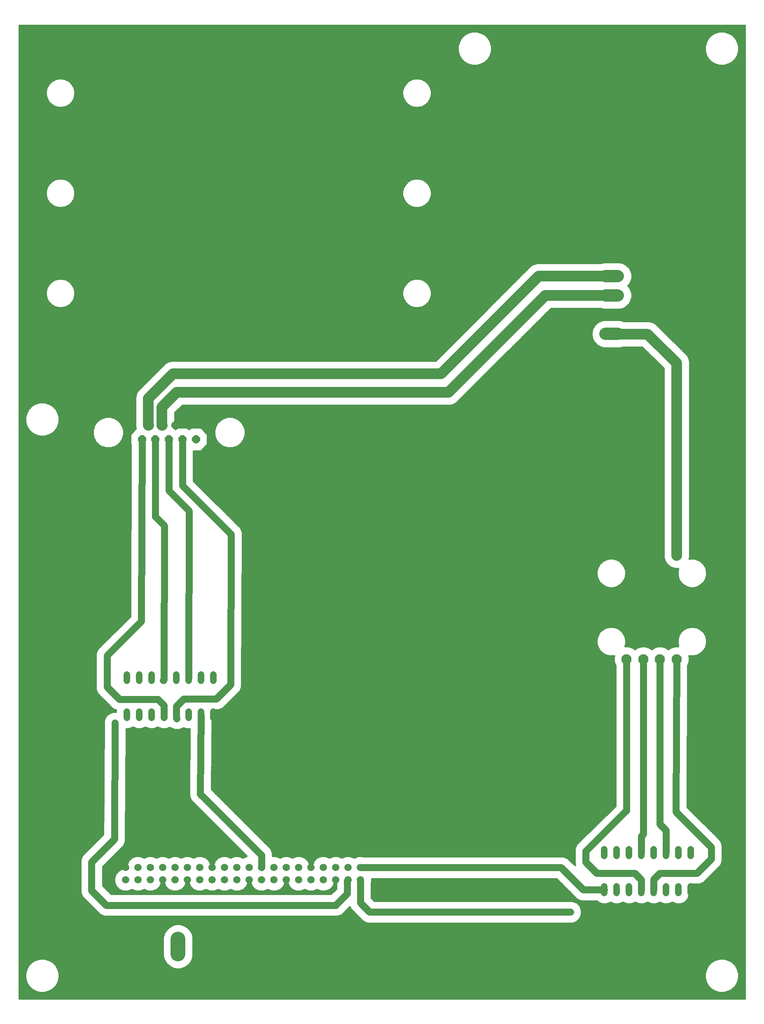
<source format=gbl>
G75*
%MOIN*%
%OFA0B0*%
%FSLAX25Y25*%
%IPPOS*%
%LPD*%
%AMOC8*
5,1,8,0,0,1.08239X$1,22.5*
%
%ADD10C,0.05937*%
%ADD11OC8,0.06496*%
%ADD12C,0.08268*%
%ADD13R,0.08268X0.08268*%
%ADD14C,0.11850*%
%ADD15C,0.05200*%
%ADD16C,0.10039*%
%ADD17C,0.05600*%
%ADD18R,0.03962X0.03962*%
%ADD19C,0.01600*%
%ADD20C,0.08600*%
D10*
X0094300Y0105300D03*
X0094300Y0115300D03*
X0104300Y0115300D03*
X0104300Y0105300D03*
X0114300Y0105300D03*
X0114300Y0115300D03*
X0124300Y0115300D03*
X0124300Y0105300D03*
X0134300Y0105300D03*
X0134300Y0115300D03*
X0144300Y0115300D03*
X0144300Y0105300D03*
X0154300Y0105300D03*
X0154300Y0115300D03*
X0164300Y0115300D03*
X0164300Y0105300D03*
X0174300Y0105300D03*
X0174300Y0115300D03*
X0184300Y0115300D03*
X0184300Y0105300D03*
X0194300Y0105300D03*
X0194300Y0115300D03*
X0204300Y0115300D03*
X0204300Y0105300D03*
X0214300Y0105300D03*
X0214300Y0115300D03*
X0224300Y0115300D03*
X0224300Y0105300D03*
X0234300Y0105300D03*
X0234300Y0115300D03*
X0244300Y0115300D03*
X0244300Y0105300D03*
X0254300Y0105300D03*
X0254300Y0115300D03*
X0264300Y0115300D03*
X0264300Y0105300D03*
X0274300Y0105300D03*
X0274300Y0115300D03*
X0284300Y0115300D03*
X0284300Y0105300D03*
D11*
X0151187Y0461670D03*
X0145734Y0472851D03*
X0134828Y0472851D03*
X0129376Y0461670D03*
X0140281Y0461670D03*
X0123923Y0472851D03*
X0118470Y0461670D03*
X0113017Y0472851D03*
X0107565Y0461670D03*
D12*
X0499800Y0283800D03*
X0513300Y0283800D03*
X0526800Y0283800D03*
X0540300Y0283800D03*
X0540300Y0367800D03*
D13*
X0499800Y0367800D03*
D14*
X0136800Y0057225D02*
X0136800Y0045375D01*
X0082800Y0046375D02*
X0082800Y0058225D01*
D15*
X0095300Y0236200D02*
X0095300Y0241400D01*
X0105300Y0241400D02*
X0105300Y0236200D01*
X0115300Y0236200D02*
X0115300Y0241400D01*
X0125300Y0241400D02*
X0125300Y0236200D01*
X0135300Y0236200D02*
X0135300Y0241400D01*
X0145300Y0241400D02*
X0145300Y0236200D01*
X0155300Y0236200D02*
X0155300Y0241400D01*
X0165300Y0241400D02*
X0165300Y0236200D01*
X0165300Y0266200D02*
X0165300Y0271400D01*
X0155300Y0271400D02*
X0155300Y0266200D01*
X0145300Y0266200D02*
X0145300Y0271400D01*
X0135300Y0271400D02*
X0135300Y0266200D01*
X0125300Y0266200D02*
X0125300Y0271400D01*
X0115300Y0271400D02*
X0115300Y0266200D01*
X0105300Y0266200D02*
X0105300Y0271400D01*
X0095300Y0271400D02*
X0095300Y0266200D01*
X0481800Y0129900D02*
X0481800Y0124700D01*
X0491800Y0124700D02*
X0491800Y0129900D01*
X0501800Y0129900D02*
X0501800Y0124700D01*
X0511800Y0124700D02*
X0511800Y0129900D01*
X0521800Y0129900D02*
X0521800Y0124700D01*
X0531800Y0124700D02*
X0531800Y0129900D01*
X0541800Y0129900D02*
X0541800Y0124700D01*
X0551800Y0124700D02*
X0551800Y0129900D01*
X0551800Y0099900D02*
X0551800Y0094700D01*
X0541800Y0094700D02*
X0541800Y0099900D01*
X0531800Y0099900D02*
X0531800Y0094700D01*
X0521800Y0094700D02*
X0521800Y0099900D01*
X0511800Y0099900D02*
X0511800Y0094700D01*
X0501800Y0094700D02*
X0501800Y0099900D01*
X0491800Y0099900D02*
X0491800Y0094700D01*
X0481800Y0094700D02*
X0481800Y0099900D01*
D16*
X0482780Y0546914D02*
X0492820Y0546914D01*
X0492820Y0562505D02*
X0482780Y0562505D01*
X0482780Y0578095D02*
X0492820Y0578095D01*
X0492820Y0593686D02*
X0482780Y0593686D01*
D17*
X0499800Y0283800D02*
X0499800Y0161300D01*
X0466800Y0128800D01*
X0466800Y0119800D01*
X0475800Y0110800D01*
X0506300Y0110800D01*
X0511800Y0105300D01*
X0511800Y0097300D01*
X0521800Y0097300D02*
X0521800Y0105800D01*
X0526800Y0110800D01*
X0556800Y0110800D01*
X0568300Y0122300D01*
X0568300Y0131800D01*
X0539800Y0160300D01*
X0540300Y0283800D01*
X0526800Y0283800D02*
X0526800Y0150300D01*
X0531800Y0145300D01*
X0531800Y0127300D01*
X0513300Y0142300D02*
X0511800Y0140800D01*
X0511800Y0127300D01*
X0513300Y0142300D02*
X0513300Y0283800D01*
X0446800Y0115300D02*
X0464800Y0097300D01*
X0481800Y0097300D01*
X0454300Y0079300D02*
X0291800Y0079300D01*
X0284300Y0086800D01*
X0284300Y0105300D01*
X0284300Y0115300D02*
X0446800Y0115300D01*
X0274300Y0105300D02*
X0273800Y0104800D01*
X0273800Y0094300D01*
X0264300Y0084800D01*
X0078800Y0084800D01*
X0066800Y0096800D01*
X0066800Y0119800D01*
X0085300Y0138300D01*
X0085800Y0232300D01*
X0089300Y0251300D02*
X0120800Y0251300D01*
X0125300Y0246300D01*
X0125300Y0236800D01*
X0135300Y0236300D02*
X0135800Y0235800D01*
X0135300Y0236300D02*
X0135300Y0245800D01*
X0141300Y0251800D01*
X0167800Y0251800D01*
X0179300Y0263300D01*
X0179800Y0384800D01*
X0140281Y0424319D01*
X0140281Y0461670D01*
X0129376Y0461670D02*
X0129376Y0420224D01*
X0145800Y0403800D01*
X0145300Y0268800D01*
X0125300Y0267300D02*
X0124800Y0266800D01*
X0125300Y0267300D02*
X0125800Y0391300D01*
X0125300Y0391800D01*
X0125300Y0392300D01*
X0118470Y0399130D01*
X0118470Y0461670D01*
X0107565Y0461670D02*
X0107065Y0314565D01*
X0079300Y0286800D01*
X0079300Y0261300D01*
X0089300Y0251300D01*
X0155300Y0238800D02*
X0154800Y0174800D01*
X0204300Y0125300D01*
X0204300Y0115300D01*
D18*
X0085800Y0232300D03*
X0454300Y0079300D03*
D19*
X0008200Y0009200D02*
X0008200Y0796400D01*
X0595400Y0796400D01*
X0595400Y0009200D01*
X0008200Y0009200D01*
X0008200Y0010793D02*
X0595400Y0010793D01*
X0595400Y0012391D02*
X0008200Y0012391D01*
X0008200Y0013990D02*
X0024732Y0013990D01*
X0024973Y0013925D02*
X0028627Y0013925D01*
X0032156Y0014871D01*
X0035319Y0016697D01*
X0037903Y0019281D01*
X0039729Y0022444D01*
X0040675Y0025973D01*
X0040675Y0029627D01*
X0039729Y0033156D01*
X0037903Y0036319D01*
X0035319Y0038903D01*
X0032156Y0040729D01*
X0028627Y0041675D01*
X0024973Y0041675D01*
X0021444Y0040729D01*
X0018281Y0038903D01*
X0015697Y0036319D01*
X0013871Y0033156D01*
X0012925Y0029627D01*
X0012925Y0025973D01*
X0013871Y0022444D01*
X0015697Y0019281D01*
X0018281Y0016697D01*
X0021444Y0014871D01*
X0024973Y0013925D01*
X0028868Y0013990D02*
X0574732Y0013990D01*
X0574973Y0013925D02*
X0578627Y0013925D01*
X0582156Y0014871D01*
X0585319Y0016697D01*
X0587903Y0019281D01*
X0589729Y0022444D01*
X0590675Y0025973D01*
X0590675Y0029627D01*
X0589729Y0033156D01*
X0587903Y0036319D01*
X0585319Y0038903D01*
X0582156Y0040729D01*
X0578627Y0041675D01*
X0574973Y0041675D01*
X0571444Y0040729D01*
X0568281Y0038903D01*
X0565697Y0036319D01*
X0563871Y0033156D01*
X0562925Y0029627D01*
X0562925Y0025973D01*
X0563871Y0022444D01*
X0565697Y0019281D01*
X0568281Y0016697D01*
X0571444Y0014871D01*
X0574973Y0013925D01*
X0578868Y0013990D02*
X0595400Y0013990D01*
X0595400Y0015588D02*
X0583398Y0015588D01*
X0585809Y0017187D02*
X0595400Y0017187D01*
X0595400Y0018785D02*
X0587407Y0018785D01*
X0588540Y0020384D02*
X0595400Y0020384D01*
X0595400Y0021982D02*
X0589463Y0021982D01*
X0590034Y0023581D02*
X0595400Y0023581D01*
X0595400Y0025179D02*
X0590462Y0025179D01*
X0590675Y0026778D02*
X0595400Y0026778D01*
X0595400Y0028376D02*
X0590675Y0028376D01*
X0590582Y0029975D02*
X0595400Y0029975D01*
X0595400Y0031573D02*
X0590153Y0031573D01*
X0589720Y0033172D02*
X0595400Y0033172D01*
X0595400Y0034770D02*
X0588797Y0034770D01*
X0587853Y0036369D02*
X0595400Y0036369D01*
X0595400Y0037967D02*
X0586255Y0037967D01*
X0584171Y0039566D02*
X0595400Y0039566D01*
X0595400Y0041164D02*
X0580533Y0041164D01*
X0573067Y0041164D02*
X0148432Y0041164D01*
X0148285Y0040618D02*
X0149125Y0043752D01*
X0149125Y0058848D01*
X0148285Y0061982D01*
X0146662Y0064793D01*
X0144368Y0067087D01*
X0141557Y0068710D01*
X0138423Y0069550D01*
X0135177Y0069550D01*
X0132043Y0068710D01*
X0129232Y0067087D01*
X0126938Y0064793D01*
X0125315Y0061982D01*
X0124475Y0058848D01*
X0124475Y0043752D01*
X0125315Y0040618D01*
X0126938Y0037807D01*
X0129232Y0035513D01*
X0132043Y0033890D01*
X0135177Y0033050D01*
X0138423Y0033050D01*
X0141557Y0033890D01*
X0144368Y0035513D01*
X0146662Y0037807D01*
X0148285Y0040618D01*
X0147678Y0039566D02*
X0569429Y0039566D01*
X0567345Y0037967D02*
X0146755Y0037967D01*
X0145224Y0036369D02*
X0565747Y0036369D01*
X0564803Y0034770D02*
X0143082Y0034770D01*
X0138877Y0033172D02*
X0563880Y0033172D01*
X0563447Y0031573D02*
X0040153Y0031573D01*
X0040582Y0029975D02*
X0563018Y0029975D01*
X0562925Y0028376D02*
X0040675Y0028376D01*
X0040675Y0026778D02*
X0562925Y0026778D01*
X0563138Y0025179D02*
X0040462Y0025179D01*
X0040034Y0023581D02*
X0563566Y0023581D01*
X0564137Y0021982D02*
X0039463Y0021982D01*
X0038540Y0020384D02*
X0565060Y0020384D01*
X0566193Y0018785D02*
X0037407Y0018785D01*
X0035809Y0017187D02*
X0567791Y0017187D01*
X0570202Y0015588D02*
X0033398Y0015588D01*
X0020202Y0015588D02*
X0008200Y0015588D01*
X0008200Y0017187D02*
X0017791Y0017187D01*
X0016193Y0018785D02*
X0008200Y0018785D01*
X0008200Y0020384D02*
X0015060Y0020384D01*
X0014137Y0021982D02*
X0008200Y0021982D01*
X0008200Y0023581D02*
X0013566Y0023581D01*
X0013138Y0025179D02*
X0008200Y0025179D01*
X0008200Y0026778D02*
X0012925Y0026778D01*
X0012925Y0028376D02*
X0008200Y0028376D01*
X0008200Y0029975D02*
X0013018Y0029975D01*
X0013447Y0031573D02*
X0008200Y0031573D01*
X0008200Y0033172D02*
X0013880Y0033172D01*
X0014803Y0034770D02*
X0008200Y0034770D01*
X0008200Y0036369D02*
X0015747Y0036369D01*
X0017345Y0037967D02*
X0008200Y0037967D01*
X0008200Y0039566D02*
X0019429Y0039566D01*
X0023067Y0041164D02*
X0008200Y0041164D01*
X0008200Y0042763D02*
X0124740Y0042763D01*
X0124475Y0044361D02*
X0008200Y0044361D01*
X0008200Y0045960D02*
X0124475Y0045960D01*
X0124475Y0047558D02*
X0008200Y0047558D01*
X0008200Y0049157D02*
X0124475Y0049157D01*
X0124475Y0050755D02*
X0008200Y0050755D01*
X0008200Y0052354D02*
X0124475Y0052354D01*
X0124475Y0053952D02*
X0008200Y0053952D01*
X0008200Y0055551D02*
X0124475Y0055551D01*
X0124475Y0057149D02*
X0008200Y0057149D01*
X0008200Y0058748D02*
X0124475Y0058748D01*
X0124877Y0060346D02*
X0008200Y0060346D01*
X0008200Y0061945D02*
X0125305Y0061945D01*
X0126216Y0063543D02*
X0008200Y0063543D01*
X0008200Y0065142D02*
X0127287Y0065142D01*
X0128885Y0066740D02*
X0008200Y0066740D01*
X0008200Y0068339D02*
X0131400Y0068339D01*
X0142200Y0068339D02*
X0595400Y0068339D01*
X0595400Y0069937D02*
X0008200Y0069937D01*
X0008200Y0071536D02*
X0286553Y0071536D01*
X0286589Y0071501D02*
X0289970Y0070100D01*
X0456130Y0070100D01*
X0459511Y0071501D01*
X0459902Y0071892D01*
X0459906Y0071893D01*
X0461707Y0073694D01*
X0461708Y0073698D01*
X0462099Y0074089D01*
X0463500Y0077470D01*
X0463500Y0081130D01*
X0462099Y0084511D01*
X0461708Y0084902D01*
X0461707Y0084906D01*
X0459906Y0086707D01*
X0459902Y0086708D01*
X0459511Y0087099D01*
X0456130Y0088500D01*
X0295611Y0088500D01*
X0293500Y0090611D01*
X0293500Y0103030D01*
X0293668Y0103436D01*
X0293668Y0106100D01*
X0442989Y0106100D01*
X0457001Y0092089D01*
X0459589Y0089501D01*
X0462970Y0088100D01*
X0475672Y0088100D01*
X0476702Y0087070D01*
X0480010Y0085700D01*
X0483590Y0085700D01*
X0486800Y0087030D01*
X0490010Y0085700D01*
X0493590Y0085700D01*
X0496800Y0087030D01*
X0500010Y0085700D01*
X0503590Y0085700D01*
X0506800Y0087030D01*
X0510010Y0085700D01*
X0513590Y0085700D01*
X0516800Y0087030D01*
X0520010Y0085700D01*
X0523590Y0085700D01*
X0526800Y0087030D01*
X0530010Y0085700D01*
X0533590Y0085700D01*
X0536800Y0087030D01*
X0540010Y0085700D01*
X0543590Y0085700D01*
X0546898Y0087070D01*
X0549430Y0089602D01*
X0550800Y0092910D01*
X0550800Y0101600D01*
X0558630Y0101600D01*
X0562011Y0103001D01*
X0564599Y0105589D01*
X0576099Y0117089D01*
X0577500Y0120470D01*
X0577500Y0133630D01*
X0576099Y0137011D01*
X0573511Y0139599D01*
X0549015Y0164095D01*
X0549479Y0278631D01*
X0550116Y0279734D01*
X0550834Y0282413D01*
X0550834Y0285187D01*
X0550485Y0286488D01*
X0551232Y0286288D01*
X0554368Y0286288D01*
X0557398Y0287100D01*
X0560114Y0288668D01*
X0562332Y0290886D01*
X0563900Y0293602D01*
X0564712Y0296632D01*
X0564712Y0299768D01*
X0563900Y0302798D01*
X0562332Y0305514D01*
X0560114Y0307732D01*
X0557398Y0309300D01*
X0554368Y0310112D01*
X0551232Y0310112D01*
X0548202Y0309300D01*
X0545486Y0307732D01*
X0543268Y0305514D01*
X0541700Y0302798D01*
X0540888Y0299768D01*
X0540888Y0296632D01*
X0541504Y0294334D01*
X0538913Y0294334D01*
X0536234Y0293616D01*
X0533832Y0292229D01*
X0533550Y0291947D01*
X0533268Y0292229D01*
X0530866Y0293616D01*
X0528187Y0294334D01*
X0525413Y0294334D01*
X0522734Y0293616D01*
X0520332Y0292229D01*
X0520050Y0291947D01*
X0519768Y0292229D01*
X0517366Y0293616D01*
X0514687Y0294334D01*
X0511913Y0294334D01*
X0509234Y0293616D01*
X0506832Y0292229D01*
X0506550Y0291947D01*
X0506268Y0292229D01*
X0503866Y0293616D01*
X0501187Y0294334D01*
X0498596Y0294334D01*
X0499212Y0296632D01*
X0499212Y0299768D01*
X0498400Y0302798D01*
X0496832Y0305514D01*
X0494614Y0307732D01*
X0491898Y0309300D01*
X0488868Y0310112D01*
X0485732Y0310112D01*
X0482702Y0309300D01*
X0479986Y0307732D01*
X0477768Y0305514D01*
X0476200Y0302798D01*
X0475388Y0299768D01*
X0475388Y0296632D01*
X0476200Y0293602D01*
X0477768Y0290886D01*
X0479986Y0288668D01*
X0482702Y0287100D01*
X0485732Y0286288D01*
X0488868Y0286288D01*
X0489615Y0286488D01*
X0489266Y0285187D01*
X0489266Y0282413D01*
X0489984Y0279734D01*
X0490600Y0278667D01*
X0490600Y0165152D01*
X0461622Y0136613D01*
X0461589Y0136599D01*
X0460319Y0135329D01*
X0459041Y0134071D01*
X0459026Y0134037D01*
X0459001Y0134011D01*
X0458314Y0132353D01*
X0457614Y0130700D01*
X0457614Y0130664D01*
X0457600Y0130630D01*
X0457600Y0128836D01*
X0457586Y0127040D01*
X0457600Y0127006D01*
X0457600Y0117970D01*
X0457925Y0117186D01*
X0452011Y0123099D01*
X0448630Y0124500D01*
X0286570Y0124500D01*
X0286164Y0124668D01*
X0282436Y0124668D01*
X0279300Y0123369D01*
X0276164Y0124668D01*
X0272436Y0124668D01*
X0269300Y0123369D01*
X0266164Y0124668D01*
X0262436Y0124668D01*
X0259300Y0123369D01*
X0256164Y0124668D01*
X0252436Y0124668D01*
X0248993Y0123242D01*
X0246358Y0120607D01*
X0244931Y0117164D01*
X0244931Y0114668D01*
X0243668Y0114668D01*
X0243668Y0117164D01*
X0242242Y0120607D01*
X0239607Y0123242D01*
X0236164Y0124668D01*
X0232436Y0124668D01*
X0229300Y0123369D01*
X0226164Y0124668D01*
X0222436Y0124668D01*
X0219300Y0123369D01*
X0216164Y0124668D01*
X0213500Y0124668D01*
X0213500Y0127130D01*
X0212099Y0130511D01*
X0209511Y0133099D01*
X0164030Y0178581D01*
X0164514Y0240558D01*
X0164300Y0241086D01*
X0164300Y0242600D01*
X0169630Y0242600D01*
X0173011Y0244001D01*
X0185792Y0256781D01*
X0187078Y0258057D01*
X0187085Y0258075D01*
X0187099Y0258089D01*
X0187792Y0259761D01*
X0188492Y0261432D01*
X0188492Y0261452D01*
X0188500Y0261470D01*
X0188500Y0263280D01*
X0188992Y0382952D01*
X0189000Y0382970D01*
X0189000Y0384780D01*
X0189007Y0386592D01*
X0189000Y0386610D01*
X0189000Y0386630D01*
X0188307Y0388303D01*
X0187621Y0389979D01*
X0187607Y0389993D01*
X0187599Y0390011D01*
X0186319Y0391292D01*
X0185043Y0392578D01*
X0185025Y0392585D01*
X0149481Y0428130D01*
X0149481Y0452022D01*
X0155183Y0452022D01*
X0160835Y0457674D01*
X0160835Y0465666D01*
X0155183Y0471318D01*
X0147190Y0471318D01*
X0145734Y0469862D01*
X0144277Y0471318D01*
X0136285Y0471318D01*
X0134828Y0469862D01*
X0134332Y0470358D01*
X0134623Y0471442D01*
X0134623Y0474260D01*
X0134500Y0474718D01*
X0134500Y0483368D01*
X0140232Y0489100D01*
X0357209Y0489100D01*
X0359930Y0489829D01*
X0362370Y0491238D01*
X0364362Y0493230D01*
X0438527Y0567395D01*
X0478591Y0567395D01*
X0481277Y0566676D01*
X0494323Y0566676D01*
X0497228Y0567454D01*
X0499832Y0568957D01*
X0501958Y0571083D01*
X0503461Y0573687D01*
X0504239Y0576592D01*
X0504239Y0579599D01*
X0503461Y0582503D01*
X0501958Y0585107D01*
X0501174Y0585891D01*
X0501958Y0586674D01*
X0503461Y0589278D01*
X0504239Y0592182D01*
X0504239Y0595189D01*
X0503461Y0598094D01*
X0501958Y0600698D01*
X0499832Y0602824D01*
X0497228Y0604327D01*
X0494323Y0605105D01*
X0481277Y0605105D01*
X0478591Y0604386D01*
X0427277Y0604386D01*
X0424556Y0603657D01*
X0422116Y0602248D01*
X0345368Y0525500D01*
X0131391Y0525500D01*
X0128670Y0524771D01*
X0126230Y0523362D01*
X0106230Y0503362D01*
X0104238Y0501370D01*
X0102829Y0498930D01*
X0102100Y0496209D01*
X0102100Y0471660D01*
X0102482Y0470232D01*
X0097917Y0465666D01*
X0097917Y0457674D01*
X0098349Y0457241D01*
X0097878Y0318388D01*
X0074089Y0294599D01*
X0071501Y0292011D01*
X0070100Y0288630D01*
X0070100Y0259470D01*
X0071501Y0256089D01*
X0081501Y0246089D01*
X0084089Y0243501D01*
X0086300Y0242585D01*
X0086300Y0241497D01*
X0084019Y0241510D01*
X0080630Y0240127D01*
X0080214Y0239715D01*
X0080194Y0239707D01*
X0079083Y0238597D01*
X0078028Y0237553D01*
X0076610Y0234179D01*
X0076120Y0142131D01*
X0061589Y0127599D01*
X0059001Y0125011D01*
X0057600Y0121630D01*
X0057600Y0094970D01*
X0059001Y0091589D01*
X0071001Y0079589D01*
X0073589Y0077001D01*
X0076970Y0075600D01*
X0266130Y0075600D01*
X0269511Y0077001D01*
X0275797Y0083287D01*
X0276501Y0081589D01*
X0279089Y0079001D01*
X0286589Y0071501D01*
X0284955Y0073134D02*
X0008200Y0073134D01*
X0008200Y0074733D02*
X0283356Y0074733D01*
X0281758Y0076332D02*
X0267896Y0076332D01*
X0270441Y0077930D02*
X0280159Y0077930D01*
X0278561Y0079529D02*
X0272039Y0079529D01*
X0273638Y0081127D02*
X0276962Y0081127D01*
X0276030Y0082726D02*
X0275236Y0082726D01*
X0263601Y0097112D02*
X0259014Y0097112D01*
X0259607Y0097358D02*
X0262242Y0099993D01*
X0263668Y0103436D01*
X0263668Y0105931D01*
X0264600Y0105931D01*
X0264600Y0098111D01*
X0260489Y0094000D01*
X0082611Y0094000D01*
X0076000Y0100611D01*
X0076000Y0115989D01*
X0091789Y0131778D01*
X0093072Y0133047D01*
X0093081Y0133071D01*
X0093099Y0133089D01*
X0093791Y0134757D01*
X0094490Y0136421D01*
X0094490Y0136447D01*
X0094500Y0136470D01*
X0094500Y0138276D01*
X0094973Y0227200D01*
X0097090Y0227200D01*
X0100300Y0228530D01*
X0103510Y0227200D01*
X0107090Y0227200D01*
X0110300Y0228530D01*
X0113510Y0227200D01*
X0117090Y0227200D01*
X0120300Y0228530D01*
X0123510Y0227200D01*
X0127090Y0227200D01*
X0130130Y0228459D01*
X0130589Y0228001D01*
X0133970Y0226600D01*
X0137630Y0226600D01*
X0141011Y0228001D01*
X0141177Y0228166D01*
X0143510Y0227200D01*
X0146009Y0227200D01*
X0145614Y0176664D01*
X0145600Y0176630D01*
X0145600Y0174836D01*
X0145586Y0173042D01*
X0145600Y0173007D01*
X0145600Y0172970D01*
X0146287Y0171312D01*
X0146960Y0169650D01*
X0146986Y0169623D01*
X0147001Y0169589D01*
X0148269Y0168320D01*
X0149528Y0167042D01*
X0149562Y0167027D01*
X0192072Y0124517D01*
X0189300Y0123369D01*
X0186164Y0124668D01*
X0182436Y0124668D01*
X0179300Y0123369D01*
X0176164Y0124668D01*
X0172436Y0124668D01*
X0168993Y0123242D01*
X0166358Y0120607D01*
X0164931Y0117164D01*
X0164931Y0114668D01*
X0163668Y0114668D01*
X0163668Y0117164D01*
X0162242Y0120607D01*
X0159607Y0123242D01*
X0156164Y0124668D01*
X0152436Y0124668D01*
X0149300Y0123369D01*
X0146164Y0124668D01*
X0142436Y0124668D01*
X0139300Y0123369D01*
X0136164Y0124668D01*
X0132436Y0124668D01*
X0129300Y0123369D01*
X0126164Y0124668D01*
X0122436Y0124668D01*
X0119300Y0123369D01*
X0116164Y0124668D01*
X0112436Y0124668D01*
X0109300Y0123369D01*
X0106164Y0124668D01*
X0102436Y0124668D01*
X0098993Y0123242D01*
X0096358Y0120607D01*
X0094931Y0117164D01*
X0094931Y0114668D01*
X0092436Y0114668D01*
X0088993Y0113242D01*
X0086358Y0110607D01*
X0084931Y0107164D01*
X0084931Y0103436D01*
X0086358Y0099993D01*
X0088993Y0097358D01*
X0092436Y0095931D01*
X0096164Y0095931D01*
X0099300Y0097231D01*
X0102436Y0095931D01*
X0106164Y0095931D01*
X0109300Y0097231D01*
X0112436Y0095931D01*
X0116164Y0095931D01*
X0119607Y0097358D01*
X0122242Y0099993D01*
X0123668Y0103436D01*
X0123668Y0105931D01*
X0124931Y0105931D01*
X0124931Y0103436D01*
X0126358Y0099993D01*
X0128993Y0097358D01*
X0132436Y0095931D01*
X0136164Y0095931D01*
X0139607Y0097358D01*
X0142242Y0099993D01*
X0143668Y0103436D01*
X0143668Y0105931D01*
X0144931Y0105931D01*
X0144931Y0103436D01*
X0146358Y0099993D01*
X0148993Y0097358D01*
X0152436Y0095931D01*
X0156164Y0095931D01*
X0159300Y0097231D01*
X0162436Y0095931D01*
X0166164Y0095931D01*
X0169300Y0097231D01*
X0172436Y0095931D01*
X0176164Y0095931D01*
X0179300Y0097231D01*
X0182436Y0095931D01*
X0186164Y0095931D01*
X0189607Y0097358D01*
X0192242Y0099993D01*
X0193668Y0103436D01*
X0193668Y0105931D01*
X0194931Y0105931D01*
X0194931Y0103436D01*
X0196358Y0099993D01*
X0198993Y0097358D01*
X0202436Y0095931D01*
X0206164Y0095931D01*
X0209300Y0097231D01*
X0212436Y0095931D01*
X0216164Y0095931D01*
X0219607Y0097358D01*
X0222242Y0099993D01*
X0223668Y0103436D01*
X0223668Y0105931D01*
X0224931Y0105931D01*
X0224931Y0103436D01*
X0226358Y0099993D01*
X0228993Y0097358D01*
X0232436Y0095931D01*
X0236164Y0095931D01*
X0239300Y0097231D01*
X0242436Y0095931D01*
X0246164Y0095931D01*
X0249300Y0097231D01*
X0252436Y0095931D01*
X0256164Y0095931D01*
X0259607Y0097358D01*
X0260960Y0098711D02*
X0264600Y0098711D01*
X0264600Y0100309D02*
X0262373Y0100309D01*
X0263035Y0101908D02*
X0264600Y0101908D01*
X0264600Y0103506D02*
X0263668Y0103506D01*
X0263668Y0105105D02*
X0264600Y0105105D01*
X0262003Y0095514D02*
X0081097Y0095514D01*
X0079499Y0097112D02*
X0089586Y0097112D01*
X0087640Y0098711D02*
X0077900Y0098711D01*
X0076302Y0100309D02*
X0086227Y0100309D01*
X0085565Y0101908D02*
X0076000Y0101908D01*
X0076000Y0103506D02*
X0084931Y0103506D01*
X0084931Y0105105D02*
X0076000Y0105105D01*
X0076000Y0106703D02*
X0084931Y0106703D01*
X0085403Y0108302D02*
X0076000Y0108302D01*
X0076000Y0109900D02*
X0086065Y0109900D01*
X0087250Y0111499D02*
X0076000Y0111499D01*
X0076000Y0113097D02*
X0088848Y0113097D01*
X0094931Y0114696D02*
X0076000Y0114696D01*
X0076305Y0116294D02*
X0094931Y0116294D01*
X0095234Y0117893D02*
X0077904Y0117893D01*
X0079502Y0119491D02*
X0095896Y0119491D01*
X0096841Y0121090D02*
X0081101Y0121090D01*
X0082699Y0122688D02*
X0098439Y0122688D01*
X0101515Y0124287D02*
X0084298Y0124287D01*
X0085896Y0125885D02*
X0190704Y0125885D01*
X0191515Y0124287D02*
X0187085Y0124287D01*
X0189105Y0127484D02*
X0087495Y0127484D01*
X0089093Y0129082D02*
X0187507Y0129082D01*
X0185908Y0130681D02*
X0090692Y0130681D01*
X0092296Y0132279D02*
X0184310Y0132279D01*
X0182711Y0133878D02*
X0093426Y0133878D01*
X0094093Y0135476D02*
X0181113Y0135476D01*
X0179514Y0137075D02*
X0094500Y0137075D01*
X0094502Y0138673D02*
X0177916Y0138673D01*
X0176317Y0140272D02*
X0094511Y0140272D01*
X0094519Y0141870D02*
X0174719Y0141870D01*
X0173120Y0143469D02*
X0094528Y0143469D01*
X0094536Y0145068D02*
X0171522Y0145068D01*
X0169923Y0146666D02*
X0094545Y0146666D01*
X0094553Y0148265D02*
X0168325Y0148265D01*
X0166726Y0149863D02*
X0094562Y0149863D01*
X0094570Y0151462D02*
X0165128Y0151462D01*
X0163529Y0153060D02*
X0094579Y0153060D01*
X0094587Y0154659D02*
X0161931Y0154659D01*
X0160332Y0156257D02*
X0094596Y0156257D01*
X0094604Y0157856D02*
X0158734Y0157856D01*
X0157135Y0159454D02*
X0094613Y0159454D01*
X0094621Y0161053D02*
X0155537Y0161053D01*
X0153938Y0162651D02*
X0094630Y0162651D01*
X0094638Y0164250D02*
X0152340Y0164250D01*
X0150741Y0165848D02*
X0094647Y0165848D01*
X0094655Y0167447D02*
X0149129Y0167447D01*
X0147544Y0169045D02*
X0094664Y0169045D01*
X0094672Y0170644D02*
X0146557Y0170644D01*
X0145901Y0172242D02*
X0094681Y0172242D01*
X0094689Y0173841D02*
X0145592Y0173841D01*
X0145600Y0175439D02*
X0094698Y0175439D01*
X0094706Y0177038D02*
X0145617Y0177038D01*
X0145630Y0178636D02*
X0094715Y0178636D01*
X0094723Y0180235D02*
X0145642Y0180235D01*
X0145655Y0181833D02*
X0094732Y0181833D01*
X0094740Y0183432D02*
X0145667Y0183432D01*
X0145680Y0185030D02*
X0094749Y0185030D01*
X0094757Y0186629D02*
X0145692Y0186629D01*
X0145705Y0188227D02*
X0094766Y0188227D01*
X0094774Y0189826D02*
X0145717Y0189826D01*
X0145730Y0191424D02*
X0094783Y0191424D01*
X0094791Y0193023D02*
X0145742Y0193023D01*
X0145755Y0194621D02*
X0094800Y0194621D01*
X0094808Y0196220D02*
X0145767Y0196220D01*
X0145780Y0197818D02*
X0094817Y0197818D01*
X0094825Y0199417D02*
X0145792Y0199417D01*
X0145805Y0201015D02*
X0094834Y0201015D01*
X0094842Y0202614D02*
X0145817Y0202614D01*
X0145830Y0204212D02*
X0094851Y0204212D01*
X0094859Y0205811D02*
X0145842Y0205811D01*
X0145855Y0207409D02*
X0094868Y0207409D01*
X0094876Y0209008D02*
X0145867Y0209008D01*
X0145879Y0210606D02*
X0094885Y0210606D01*
X0094893Y0212205D02*
X0145892Y0212205D01*
X0145904Y0213803D02*
X0094902Y0213803D01*
X0094910Y0215402D02*
X0145917Y0215402D01*
X0145929Y0217001D02*
X0094919Y0217001D01*
X0094927Y0218599D02*
X0145942Y0218599D01*
X0145954Y0220198D02*
X0094936Y0220198D01*
X0094944Y0221796D02*
X0145967Y0221796D01*
X0145979Y0223395D02*
X0094953Y0223395D01*
X0094961Y0224993D02*
X0145992Y0224993D01*
X0146004Y0226592D02*
X0094970Y0226592D01*
X0099480Y0228190D02*
X0101119Y0228190D01*
X0109480Y0228190D02*
X0111119Y0228190D01*
X0119480Y0228190D02*
X0121119Y0228190D01*
X0129480Y0228190D02*
X0130399Y0228190D01*
X0164417Y0228190D02*
X0490600Y0228190D01*
X0490600Y0226592D02*
X0164405Y0226592D01*
X0164392Y0224993D02*
X0490600Y0224993D01*
X0490600Y0223395D02*
X0164380Y0223395D01*
X0164367Y0221796D02*
X0490600Y0221796D01*
X0490600Y0220198D02*
X0164355Y0220198D01*
X0164342Y0218599D02*
X0490600Y0218599D01*
X0490600Y0217001D02*
X0164330Y0217001D01*
X0164317Y0215402D02*
X0490600Y0215402D01*
X0490600Y0213803D02*
X0164305Y0213803D01*
X0164292Y0212205D02*
X0490600Y0212205D01*
X0490600Y0210606D02*
X0164280Y0210606D01*
X0164268Y0209008D02*
X0490600Y0209008D01*
X0490600Y0207409D02*
X0164255Y0207409D01*
X0164243Y0205811D02*
X0490600Y0205811D01*
X0490600Y0204212D02*
X0164230Y0204212D01*
X0164218Y0202614D02*
X0490600Y0202614D01*
X0490600Y0201015D02*
X0164205Y0201015D01*
X0164193Y0199417D02*
X0490600Y0199417D01*
X0490600Y0197818D02*
X0164180Y0197818D01*
X0164168Y0196220D02*
X0490600Y0196220D01*
X0490600Y0194621D02*
X0164155Y0194621D01*
X0164143Y0193023D02*
X0490600Y0193023D01*
X0490600Y0191424D02*
X0164130Y0191424D01*
X0164118Y0189826D02*
X0490600Y0189826D01*
X0490600Y0188227D02*
X0164105Y0188227D01*
X0164093Y0186629D02*
X0490600Y0186629D01*
X0490600Y0185030D02*
X0164080Y0185030D01*
X0164068Y0183432D02*
X0490600Y0183432D01*
X0490600Y0181833D02*
X0164055Y0181833D01*
X0164043Y0180235D02*
X0490600Y0180235D01*
X0490600Y0178636D02*
X0164030Y0178636D01*
X0165573Y0177038D02*
X0490600Y0177038D01*
X0490600Y0175439D02*
X0167172Y0175439D01*
X0168770Y0173841D02*
X0490600Y0173841D01*
X0490600Y0172242D02*
X0170369Y0172242D01*
X0171967Y0170644D02*
X0490600Y0170644D01*
X0490600Y0169045D02*
X0173566Y0169045D01*
X0175164Y0167447D02*
X0490600Y0167447D01*
X0490600Y0165848D02*
X0176763Y0165848D01*
X0178361Y0164250D02*
X0489684Y0164250D01*
X0488061Y0162651D02*
X0179960Y0162651D01*
X0181558Y0161053D02*
X0486438Y0161053D01*
X0484815Y0159454D02*
X0183157Y0159454D01*
X0184755Y0157856D02*
X0483191Y0157856D01*
X0481568Y0156257D02*
X0186354Y0156257D01*
X0187952Y0154659D02*
X0479945Y0154659D01*
X0478322Y0153060D02*
X0189551Y0153060D01*
X0191149Y0151462D02*
X0476699Y0151462D01*
X0475076Y0149863D02*
X0192748Y0149863D01*
X0194346Y0148265D02*
X0473453Y0148265D01*
X0471830Y0146666D02*
X0195945Y0146666D01*
X0197543Y0145068D02*
X0470207Y0145068D01*
X0468583Y0143469D02*
X0199142Y0143469D01*
X0200740Y0141870D02*
X0466960Y0141870D01*
X0465337Y0140272D02*
X0202339Y0140272D01*
X0203937Y0138673D02*
X0463714Y0138673D01*
X0462091Y0137075D02*
X0205536Y0137075D01*
X0207134Y0135476D02*
X0460466Y0135476D01*
X0458945Y0133878D02*
X0208733Y0133878D01*
X0210331Y0132279D02*
X0458283Y0132279D01*
X0457614Y0130681D02*
X0211930Y0130681D01*
X0212691Y0129082D02*
X0457600Y0129082D01*
X0457590Y0127484D02*
X0213353Y0127484D01*
X0213500Y0125885D02*
X0457600Y0125885D01*
X0457600Y0124287D02*
X0449145Y0124287D01*
X0452422Y0122688D02*
X0457600Y0122688D01*
X0457600Y0121090D02*
X0454021Y0121090D01*
X0455619Y0119491D02*
X0457600Y0119491D01*
X0457632Y0117893D02*
X0457218Y0117893D01*
X0443984Y0105105D02*
X0293668Y0105105D01*
X0293668Y0103506D02*
X0445583Y0103506D01*
X0447182Y0101908D02*
X0293500Y0101908D01*
X0293500Y0100309D02*
X0448780Y0100309D01*
X0450379Y0098711D02*
X0293500Y0098711D01*
X0293500Y0097112D02*
X0451977Y0097112D01*
X0453576Y0095514D02*
X0293500Y0095514D01*
X0293500Y0093915D02*
X0455174Y0093915D01*
X0456773Y0092317D02*
X0293500Y0092317D01*
X0293500Y0090718D02*
X0458371Y0090718D01*
X0460508Y0089120D02*
X0294991Y0089120D01*
X0281515Y0124287D02*
X0277085Y0124287D01*
X0271515Y0124287D02*
X0267085Y0124287D01*
X0261515Y0124287D02*
X0257085Y0124287D01*
X0251515Y0124287D02*
X0237085Y0124287D01*
X0240161Y0122688D02*
X0248439Y0122688D01*
X0246841Y0121090D02*
X0241759Y0121090D01*
X0242704Y0119491D02*
X0245896Y0119491D01*
X0245234Y0117893D02*
X0243366Y0117893D01*
X0243668Y0116294D02*
X0244931Y0116294D01*
X0244931Y0114696D02*
X0243668Y0114696D01*
X0231515Y0124287D02*
X0227085Y0124287D01*
X0221515Y0124287D02*
X0217085Y0124287D01*
X0223668Y0105105D02*
X0224931Y0105105D01*
X0224931Y0103506D02*
X0223668Y0103506D01*
X0223035Y0101908D02*
X0225565Y0101908D01*
X0226227Y0100309D02*
X0222373Y0100309D01*
X0220960Y0098711D02*
X0227640Y0098711D01*
X0229586Y0097112D02*
X0219014Y0097112D01*
X0209586Y0097112D02*
X0209014Y0097112D01*
X0199586Y0097112D02*
X0189014Y0097112D01*
X0190960Y0098711D02*
X0197640Y0098711D01*
X0196227Y0100309D02*
X0192373Y0100309D01*
X0193035Y0101908D02*
X0195565Y0101908D01*
X0194931Y0103506D02*
X0193668Y0103506D01*
X0193668Y0105105D02*
X0194931Y0105105D01*
X0179586Y0097112D02*
X0179014Y0097112D01*
X0169586Y0097112D02*
X0169014Y0097112D01*
X0159586Y0097112D02*
X0159014Y0097112D01*
X0149586Y0097112D02*
X0139014Y0097112D01*
X0140960Y0098711D02*
X0147640Y0098711D01*
X0146227Y0100309D02*
X0142373Y0100309D01*
X0143035Y0101908D02*
X0145565Y0101908D01*
X0144931Y0103506D02*
X0143668Y0103506D01*
X0143668Y0105105D02*
X0144931Y0105105D01*
X0129586Y0097112D02*
X0119014Y0097112D01*
X0120960Y0098711D02*
X0127640Y0098711D01*
X0126227Y0100309D02*
X0122373Y0100309D01*
X0123035Y0101908D02*
X0125565Y0101908D01*
X0124931Y0103506D02*
X0123668Y0103506D01*
X0123668Y0105105D02*
X0124931Y0105105D01*
X0127085Y0124287D02*
X0131515Y0124287D01*
X0137085Y0124287D02*
X0141515Y0124287D01*
X0147085Y0124287D02*
X0151515Y0124287D01*
X0157085Y0124287D02*
X0171515Y0124287D01*
X0168439Y0122688D02*
X0160161Y0122688D01*
X0161759Y0121090D02*
X0166841Y0121090D01*
X0165896Y0119491D02*
X0162704Y0119491D01*
X0163366Y0117893D02*
X0165234Y0117893D01*
X0164931Y0116294D02*
X0163668Y0116294D01*
X0163668Y0114696D02*
X0164931Y0114696D01*
X0177085Y0124287D02*
X0181515Y0124287D01*
X0144715Y0066740D02*
X0595400Y0066740D01*
X0595400Y0065142D02*
X0146313Y0065142D01*
X0147384Y0063543D02*
X0595400Y0063543D01*
X0595400Y0061945D02*
X0148295Y0061945D01*
X0148723Y0060346D02*
X0595400Y0060346D01*
X0595400Y0058748D02*
X0149125Y0058748D01*
X0149125Y0057149D02*
X0595400Y0057149D01*
X0595400Y0055551D02*
X0149125Y0055551D01*
X0149125Y0053952D02*
X0595400Y0053952D01*
X0595400Y0052354D02*
X0149125Y0052354D01*
X0149125Y0050755D02*
X0595400Y0050755D01*
X0595400Y0049157D02*
X0149125Y0049157D01*
X0149125Y0047558D02*
X0595400Y0047558D01*
X0595400Y0045960D02*
X0149125Y0045960D01*
X0149125Y0044361D02*
X0595400Y0044361D01*
X0595400Y0042763D02*
X0148860Y0042763D01*
X0134723Y0033172D02*
X0039720Y0033172D01*
X0038797Y0034770D02*
X0130518Y0034770D01*
X0128376Y0036369D02*
X0037853Y0036369D01*
X0036255Y0037967D02*
X0126845Y0037967D01*
X0125922Y0039566D02*
X0034171Y0039566D01*
X0030533Y0041164D02*
X0125168Y0041164D01*
X0109586Y0097112D02*
X0109014Y0097112D01*
X0099586Y0097112D02*
X0099014Y0097112D01*
X0107085Y0124287D02*
X0111515Y0124287D01*
X0117085Y0124287D02*
X0121515Y0124287D01*
X0075860Y0141870D02*
X0008200Y0141870D01*
X0008200Y0140272D02*
X0074261Y0140272D01*
X0072663Y0138673D02*
X0008200Y0138673D01*
X0008200Y0137075D02*
X0071064Y0137075D01*
X0069466Y0135476D02*
X0008200Y0135476D01*
X0008200Y0133878D02*
X0067867Y0133878D01*
X0066269Y0132279D02*
X0008200Y0132279D01*
X0008200Y0130681D02*
X0064670Y0130681D01*
X0063072Y0129082D02*
X0008200Y0129082D01*
X0008200Y0127484D02*
X0061473Y0127484D01*
X0059875Y0125885D02*
X0008200Y0125885D01*
X0008200Y0124287D02*
X0058701Y0124287D01*
X0058038Y0122688D02*
X0008200Y0122688D01*
X0008200Y0121090D02*
X0057600Y0121090D01*
X0057600Y0119491D02*
X0008200Y0119491D01*
X0008200Y0117893D02*
X0057600Y0117893D01*
X0057600Y0116294D02*
X0008200Y0116294D01*
X0008200Y0114696D02*
X0057600Y0114696D01*
X0057600Y0113097D02*
X0008200Y0113097D01*
X0008200Y0111499D02*
X0057600Y0111499D01*
X0057600Y0109900D02*
X0008200Y0109900D01*
X0008200Y0108302D02*
X0057600Y0108302D01*
X0057600Y0106703D02*
X0008200Y0106703D01*
X0008200Y0105105D02*
X0057600Y0105105D01*
X0057600Y0103506D02*
X0008200Y0103506D01*
X0008200Y0101908D02*
X0057600Y0101908D01*
X0057600Y0100309D02*
X0008200Y0100309D01*
X0008200Y0098711D02*
X0057600Y0098711D01*
X0057600Y0097112D02*
X0008200Y0097112D01*
X0008200Y0095514D02*
X0057600Y0095514D01*
X0058037Y0093915D02*
X0008200Y0093915D01*
X0008200Y0092317D02*
X0058699Y0092317D01*
X0059871Y0090718D02*
X0008200Y0090718D01*
X0008200Y0089120D02*
X0061470Y0089120D01*
X0063068Y0087521D02*
X0008200Y0087521D01*
X0008200Y0085923D02*
X0064667Y0085923D01*
X0066265Y0084324D02*
X0008200Y0084324D01*
X0008200Y0082726D02*
X0067864Y0082726D01*
X0069462Y0081127D02*
X0008200Y0081127D01*
X0008200Y0079529D02*
X0071061Y0079529D01*
X0072659Y0077930D02*
X0008200Y0077930D01*
X0008200Y0076332D02*
X0075204Y0076332D01*
X0076127Y0143469D02*
X0008200Y0143469D01*
X0008200Y0145068D02*
X0076136Y0145068D01*
X0076144Y0146666D02*
X0008200Y0146666D01*
X0008200Y0148265D02*
X0076153Y0148265D01*
X0076161Y0149863D02*
X0008200Y0149863D01*
X0008200Y0151462D02*
X0076170Y0151462D01*
X0076178Y0153060D02*
X0008200Y0153060D01*
X0008200Y0154659D02*
X0076187Y0154659D01*
X0076195Y0156257D02*
X0008200Y0156257D01*
X0008200Y0157856D02*
X0076204Y0157856D01*
X0076212Y0159454D02*
X0008200Y0159454D01*
X0008200Y0161053D02*
X0076221Y0161053D01*
X0076229Y0162651D02*
X0008200Y0162651D01*
X0008200Y0164250D02*
X0076238Y0164250D01*
X0076246Y0165848D02*
X0008200Y0165848D01*
X0008200Y0167447D02*
X0076255Y0167447D01*
X0076263Y0169045D02*
X0008200Y0169045D01*
X0008200Y0170644D02*
X0076272Y0170644D01*
X0076280Y0172242D02*
X0008200Y0172242D01*
X0008200Y0173841D02*
X0076289Y0173841D01*
X0076297Y0175439D02*
X0008200Y0175439D01*
X0008200Y0177038D02*
X0076306Y0177038D01*
X0076314Y0178636D02*
X0008200Y0178636D01*
X0008200Y0180235D02*
X0076323Y0180235D01*
X0076331Y0181833D02*
X0008200Y0181833D01*
X0008200Y0183432D02*
X0076340Y0183432D01*
X0076348Y0185030D02*
X0008200Y0185030D01*
X0008200Y0186629D02*
X0076357Y0186629D01*
X0076365Y0188227D02*
X0008200Y0188227D01*
X0008200Y0189826D02*
X0076374Y0189826D01*
X0076382Y0191424D02*
X0008200Y0191424D01*
X0008200Y0193023D02*
X0076391Y0193023D01*
X0076399Y0194621D02*
X0008200Y0194621D01*
X0008200Y0196220D02*
X0076408Y0196220D01*
X0076416Y0197818D02*
X0008200Y0197818D01*
X0008200Y0199417D02*
X0076425Y0199417D01*
X0076433Y0201015D02*
X0008200Y0201015D01*
X0008200Y0202614D02*
X0076442Y0202614D01*
X0076450Y0204212D02*
X0008200Y0204212D01*
X0008200Y0205811D02*
X0076459Y0205811D01*
X0076467Y0207409D02*
X0008200Y0207409D01*
X0008200Y0209008D02*
X0076476Y0209008D01*
X0076484Y0210606D02*
X0008200Y0210606D01*
X0008200Y0212205D02*
X0076493Y0212205D01*
X0076501Y0213803D02*
X0008200Y0213803D01*
X0008200Y0215402D02*
X0076510Y0215402D01*
X0076519Y0217001D02*
X0008200Y0217001D01*
X0008200Y0218599D02*
X0076527Y0218599D01*
X0076536Y0220198D02*
X0008200Y0220198D01*
X0008200Y0221796D02*
X0076544Y0221796D01*
X0076553Y0223395D02*
X0008200Y0223395D01*
X0008200Y0224993D02*
X0076561Y0224993D01*
X0076570Y0226592D02*
X0008200Y0226592D01*
X0008200Y0228190D02*
X0076578Y0228190D01*
X0076587Y0229789D02*
X0008200Y0229789D01*
X0008200Y0231387D02*
X0076595Y0231387D01*
X0076604Y0232986D02*
X0008200Y0232986D01*
X0008200Y0234584D02*
X0076780Y0234584D01*
X0077452Y0236183D02*
X0008200Y0236183D01*
X0008200Y0237781D02*
X0078259Y0237781D01*
X0079866Y0239380D02*
X0008200Y0239380D01*
X0008200Y0240978D02*
X0082716Y0240978D01*
X0083414Y0244175D02*
X0008200Y0244175D01*
X0008200Y0242577D02*
X0086300Y0242577D01*
X0081816Y0245774D02*
X0008200Y0245774D01*
X0008200Y0247372D02*
X0080217Y0247372D01*
X0078618Y0248971D02*
X0008200Y0248971D01*
X0008200Y0250569D02*
X0077020Y0250569D01*
X0075421Y0252168D02*
X0008200Y0252168D01*
X0008200Y0253766D02*
X0073823Y0253766D01*
X0072224Y0255365D02*
X0008200Y0255365D01*
X0008200Y0256963D02*
X0071138Y0256963D01*
X0070476Y0258562D02*
X0008200Y0258562D01*
X0008200Y0260160D02*
X0070100Y0260160D01*
X0070100Y0261759D02*
X0008200Y0261759D01*
X0008200Y0263357D02*
X0070100Y0263357D01*
X0070100Y0264956D02*
X0008200Y0264956D01*
X0008200Y0266554D02*
X0070100Y0266554D01*
X0070100Y0268153D02*
X0008200Y0268153D01*
X0008200Y0269751D02*
X0070100Y0269751D01*
X0070100Y0271350D02*
X0008200Y0271350D01*
X0008200Y0272948D02*
X0070100Y0272948D01*
X0070100Y0274547D02*
X0008200Y0274547D01*
X0008200Y0276145D02*
X0070100Y0276145D01*
X0070100Y0277744D02*
X0008200Y0277744D01*
X0008200Y0279342D02*
X0070100Y0279342D01*
X0070100Y0280941D02*
X0008200Y0280941D01*
X0008200Y0282539D02*
X0070100Y0282539D01*
X0070100Y0284138D02*
X0008200Y0284138D01*
X0008200Y0285737D02*
X0070100Y0285737D01*
X0070100Y0287335D02*
X0008200Y0287335D01*
X0008200Y0288934D02*
X0070226Y0288934D01*
X0070888Y0290532D02*
X0008200Y0290532D01*
X0008200Y0292131D02*
X0071620Y0292131D01*
X0073218Y0293729D02*
X0008200Y0293729D01*
X0008200Y0295328D02*
X0074817Y0295328D01*
X0076415Y0296926D02*
X0008200Y0296926D01*
X0008200Y0298525D02*
X0078014Y0298525D01*
X0079612Y0300123D02*
X0008200Y0300123D01*
X0008200Y0301722D02*
X0081211Y0301722D01*
X0082809Y0303320D02*
X0008200Y0303320D01*
X0008200Y0304919D02*
X0084408Y0304919D01*
X0086006Y0306517D02*
X0008200Y0306517D01*
X0008200Y0308116D02*
X0087605Y0308116D01*
X0089203Y0309714D02*
X0008200Y0309714D01*
X0008200Y0311313D02*
X0090802Y0311313D01*
X0092400Y0312911D02*
X0008200Y0312911D01*
X0008200Y0314510D02*
X0093999Y0314510D01*
X0095597Y0316108D02*
X0008200Y0316108D01*
X0008200Y0317707D02*
X0097196Y0317707D01*
X0097881Y0319305D02*
X0008200Y0319305D01*
X0008200Y0320904D02*
X0097886Y0320904D01*
X0097891Y0322502D02*
X0008200Y0322502D01*
X0008200Y0324101D02*
X0097897Y0324101D01*
X0097902Y0325699D02*
X0008200Y0325699D01*
X0008200Y0327298D02*
X0097908Y0327298D01*
X0097913Y0328896D02*
X0008200Y0328896D01*
X0008200Y0330495D02*
X0097919Y0330495D01*
X0097924Y0332093D02*
X0008200Y0332093D01*
X0008200Y0333692D02*
X0097930Y0333692D01*
X0097935Y0335290D02*
X0008200Y0335290D01*
X0008200Y0336889D02*
X0097940Y0336889D01*
X0097946Y0338487D02*
X0008200Y0338487D01*
X0008200Y0340086D02*
X0097951Y0340086D01*
X0097957Y0341684D02*
X0008200Y0341684D01*
X0008200Y0343283D02*
X0097962Y0343283D01*
X0097968Y0344881D02*
X0008200Y0344881D01*
X0008200Y0346480D02*
X0097973Y0346480D01*
X0097978Y0348078D02*
X0008200Y0348078D01*
X0008200Y0349677D02*
X0097984Y0349677D01*
X0097989Y0351275D02*
X0008200Y0351275D01*
X0008200Y0352874D02*
X0097995Y0352874D01*
X0098000Y0354472D02*
X0008200Y0354472D01*
X0008200Y0356071D02*
X0098006Y0356071D01*
X0098011Y0357670D02*
X0008200Y0357670D01*
X0008200Y0359268D02*
X0098016Y0359268D01*
X0098022Y0360867D02*
X0008200Y0360867D01*
X0008200Y0362465D02*
X0098027Y0362465D01*
X0098033Y0364064D02*
X0008200Y0364064D01*
X0008200Y0365662D02*
X0098038Y0365662D01*
X0098044Y0367261D02*
X0008200Y0367261D01*
X0008200Y0368859D02*
X0098049Y0368859D01*
X0098054Y0370458D02*
X0008200Y0370458D01*
X0008200Y0372056D02*
X0098060Y0372056D01*
X0098065Y0373655D02*
X0008200Y0373655D01*
X0008200Y0375253D02*
X0098071Y0375253D01*
X0098076Y0376852D02*
X0008200Y0376852D01*
X0008200Y0378450D02*
X0098082Y0378450D01*
X0098087Y0380049D02*
X0008200Y0380049D01*
X0008200Y0381647D02*
X0098093Y0381647D01*
X0098098Y0383246D02*
X0008200Y0383246D01*
X0008200Y0384844D02*
X0098103Y0384844D01*
X0098109Y0386443D02*
X0008200Y0386443D01*
X0008200Y0388041D02*
X0098114Y0388041D01*
X0098120Y0389640D02*
X0008200Y0389640D01*
X0008200Y0391238D02*
X0098125Y0391238D01*
X0098131Y0392837D02*
X0008200Y0392837D01*
X0008200Y0394435D02*
X0098136Y0394435D01*
X0098141Y0396034D02*
X0008200Y0396034D01*
X0008200Y0397632D02*
X0098147Y0397632D01*
X0098152Y0399231D02*
X0008200Y0399231D01*
X0008200Y0400829D02*
X0098158Y0400829D01*
X0098163Y0402428D02*
X0008200Y0402428D01*
X0008200Y0404026D02*
X0098169Y0404026D01*
X0098174Y0405625D02*
X0008200Y0405625D01*
X0008200Y0407223D02*
X0098179Y0407223D01*
X0098185Y0408822D02*
X0008200Y0408822D01*
X0008200Y0410420D02*
X0098190Y0410420D01*
X0098196Y0412019D02*
X0008200Y0412019D01*
X0008200Y0413617D02*
X0098201Y0413617D01*
X0098207Y0415216D02*
X0008200Y0415216D01*
X0008200Y0416814D02*
X0098212Y0416814D01*
X0098217Y0418413D02*
X0008200Y0418413D01*
X0008200Y0420011D02*
X0098223Y0420011D01*
X0098228Y0421610D02*
X0008200Y0421610D01*
X0008200Y0423208D02*
X0098234Y0423208D01*
X0098239Y0424807D02*
X0008200Y0424807D01*
X0008200Y0426405D02*
X0098245Y0426405D01*
X0098250Y0428004D02*
X0008200Y0428004D01*
X0008200Y0429603D02*
X0098256Y0429603D01*
X0098261Y0431201D02*
X0008200Y0431201D01*
X0008200Y0432800D02*
X0098266Y0432800D01*
X0098272Y0434398D02*
X0008200Y0434398D01*
X0008200Y0435997D02*
X0098277Y0435997D01*
X0098283Y0437595D02*
X0008200Y0437595D01*
X0008200Y0439194D02*
X0098288Y0439194D01*
X0098294Y0440792D02*
X0008200Y0440792D01*
X0008200Y0442391D02*
X0098299Y0442391D01*
X0098304Y0443989D02*
X0008200Y0443989D01*
X0008200Y0445588D02*
X0098310Y0445588D01*
X0098315Y0447186D02*
X0008200Y0447186D01*
X0008200Y0448785D02*
X0098321Y0448785D01*
X0098326Y0450383D02*
X0008200Y0450383D01*
X0008200Y0451982D02*
X0098332Y0451982D01*
X0098337Y0453580D02*
X0008200Y0453580D01*
X0008200Y0455179D02*
X0076305Y0455179D01*
X0075379Y0455427D02*
X0078609Y0454561D01*
X0081953Y0454561D01*
X0085183Y0455427D01*
X0088079Y0457099D01*
X0090443Y0459463D01*
X0092115Y0462359D01*
X0092980Y0465589D01*
X0092980Y0468933D01*
X0092115Y0472162D01*
X0090443Y0475058D01*
X0088079Y0477423D01*
X0085183Y0479094D01*
X0081953Y0479960D01*
X0078609Y0479960D01*
X0075379Y0479094D01*
X0072484Y0477423D01*
X0070119Y0475058D01*
X0068447Y0472162D01*
X0067582Y0468933D01*
X0067582Y0465589D01*
X0068447Y0462359D01*
X0070119Y0459463D01*
X0072484Y0457099D01*
X0075379Y0455427D01*
X0073040Y0456777D02*
X0008200Y0456777D01*
X0008200Y0458376D02*
X0071207Y0458376D01*
X0069824Y0459974D02*
X0008200Y0459974D01*
X0008200Y0461573D02*
X0068901Y0461573D01*
X0068230Y0463171D02*
X0008200Y0463171D01*
X0008200Y0464770D02*
X0021821Y0464770D01*
X0021444Y0464871D02*
X0024973Y0463925D01*
X0028627Y0463925D01*
X0032156Y0464871D01*
X0035319Y0466697D01*
X0037903Y0469281D01*
X0039729Y0472444D01*
X0040675Y0475973D01*
X0040675Y0479627D01*
X0039729Y0483156D01*
X0037903Y0486319D01*
X0035319Y0488903D01*
X0032156Y0490729D01*
X0028627Y0491675D01*
X0024973Y0491675D01*
X0021444Y0490729D01*
X0018281Y0488903D01*
X0015697Y0486319D01*
X0013871Y0483156D01*
X0012925Y0479627D01*
X0012925Y0475973D01*
X0013871Y0472444D01*
X0015697Y0469281D01*
X0018281Y0466697D01*
X0021444Y0464871D01*
X0018850Y0466368D02*
X0008200Y0466368D01*
X0008200Y0467967D02*
X0017011Y0467967D01*
X0015533Y0469565D02*
X0008200Y0469565D01*
X0008200Y0471164D02*
X0014610Y0471164D01*
X0013785Y0472762D02*
X0008200Y0472762D01*
X0008200Y0474361D02*
X0013357Y0474361D01*
X0012929Y0475959D02*
X0008200Y0475959D01*
X0008200Y0477558D02*
X0012925Y0477558D01*
X0012925Y0479156D02*
X0008200Y0479156D01*
X0008200Y0480755D02*
X0013227Y0480755D01*
X0013656Y0482353D02*
X0008200Y0482353D01*
X0008200Y0483952D02*
X0014330Y0483952D01*
X0015253Y0485550D02*
X0008200Y0485550D01*
X0008200Y0487149D02*
X0016527Y0487149D01*
X0018125Y0488747D02*
X0008200Y0488747D01*
X0008200Y0490346D02*
X0020780Y0490346D01*
X0032820Y0490346D02*
X0102100Y0490346D01*
X0102100Y0491944D02*
X0008200Y0491944D01*
X0008200Y0493543D02*
X0102100Y0493543D01*
X0102100Y0495141D02*
X0008200Y0495141D01*
X0008200Y0496740D02*
X0102242Y0496740D01*
X0102671Y0498339D02*
X0008200Y0498339D01*
X0008200Y0499937D02*
X0103411Y0499937D01*
X0104403Y0501536D02*
X0008200Y0501536D01*
X0008200Y0503134D02*
X0106002Y0503134D01*
X0107600Y0504733D02*
X0008200Y0504733D01*
X0008200Y0506331D02*
X0109199Y0506331D01*
X0110798Y0507930D02*
X0008200Y0507930D01*
X0008200Y0509528D02*
X0112396Y0509528D01*
X0113995Y0511127D02*
X0008200Y0511127D01*
X0008200Y0512725D02*
X0115593Y0512725D01*
X0117192Y0514324D02*
X0008200Y0514324D01*
X0008200Y0515922D02*
X0118790Y0515922D01*
X0120389Y0517521D02*
X0008200Y0517521D01*
X0008200Y0519119D02*
X0121987Y0519119D01*
X0123586Y0520718D02*
X0008200Y0520718D01*
X0008200Y0522316D02*
X0125184Y0522316D01*
X0127187Y0523915D02*
X0008200Y0523915D01*
X0008200Y0525513D02*
X0345381Y0525513D01*
X0346980Y0527112D02*
X0008200Y0527112D01*
X0008200Y0528710D02*
X0348578Y0528710D01*
X0350177Y0530309D02*
X0008200Y0530309D01*
X0008200Y0531907D02*
X0351775Y0531907D01*
X0353374Y0533506D02*
X0008200Y0533506D01*
X0008200Y0535104D02*
X0354972Y0535104D01*
X0356571Y0536703D02*
X0008200Y0536703D01*
X0008200Y0538301D02*
X0358169Y0538301D01*
X0359768Y0539900D02*
X0008200Y0539900D01*
X0008200Y0541498D02*
X0361366Y0541498D01*
X0362965Y0543097D02*
X0008200Y0543097D01*
X0008200Y0544695D02*
X0364563Y0544695D01*
X0366162Y0546294D02*
X0008200Y0546294D01*
X0008200Y0547892D02*
X0367760Y0547892D01*
X0369359Y0549491D02*
X0008200Y0549491D01*
X0008200Y0551089D02*
X0370957Y0551089D01*
X0372556Y0552688D02*
X0008200Y0552688D01*
X0008200Y0554286D02*
X0374154Y0554286D01*
X0375753Y0555885D02*
X0008200Y0555885D01*
X0008200Y0557483D02*
X0377351Y0557483D01*
X0378950Y0559082D02*
X0008200Y0559082D01*
X0008200Y0560680D02*
X0380548Y0560680D01*
X0382147Y0562279D02*
X0008200Y0562279D01*
X0008200Y0563877D02*
X0383745Y0563877D01*
X0385344Y0565476D02*
X0008200Y0565476D01*
X0008200Y0567074D02*
X0386942Y0567074D01*
X0388541Y0568673D02*
X0334547Y0568673D01*
X0334648Y0568700D02*
X0337364Y0570268D01*
X0339582Y0572486D01*
X0341150Y0575202D01*
X0341962Y0578232D01*
X0341962Y0581368D01*
X0341150Y0584398D01*
X0339582Y0587114D01*
X0337364Y0589332D01*
X0334648Y0590900D01*
X0331618Y0591712D01*
X0328482Y0591712D01*
X0325452Y0590900D01*
X0322736Y0589332D01*
X0320518Y0587114D01*
X0318950Y0584398D01*
X0318138Y0581368D01*
X0318138Y0578232D01*
X0318950Y0575202D01*
X0320518Y0572486D01*
X0322736Y0570268D01*
X0325452Y0568700D01*
X0328482Y0567888D01*
X0331618Y0567888D01*
X0334648Y0568700D01*
X0337367Y0570272D02*
X0390139Y0570272D01*
X0391738Y0571870D02*
X0338966Y0571870D01*
X0340149Y0573469D02*
X0393336Y0573469D01*
X0394935Y0575067D02*
X0341072Y0575067D01*
X0341542Y0576666D02*
X0396533Y0576666D01*
X0398132Y0578264D02*
X0341962Y0578264D01*
X0341962Y0579863D02*
X0399731Y0579863D01*
X0401329Y0581461D02*
X0341937Y0581461D01*
X0341509Y0583060D02*
X0402928Y0583060D01*
X0404526Y0584658D02*
X0341000Y0584658D01*
X0340077Y0586257D02*
X0406125Y0586257D01*
X0407723Y0587855D02*
X0338841Y0587855D01*
X0337153Y0589454D02*
X0409322Y0589454D01*
X0410920Y0591052D02*
X0334080Y0591052D01*
X0326020Y0591052D02*
X0045580Y0591052D01*
X0046148Y0590900D02*
X0043118Y0591712D01*
X0039982Y0591712D01*
X0036952Y0590900D01*
X0034236Y0589332D01*
X0032018Y0587114D01*
X0030450Y0584398D01*
X0029638Y0581368D01*
X0029638Y0578232D01*
X0030450Y0575202D01*
X0032018Y0572486D01*
X0034236Y0570268D01*
X0036952Y0568700D01*
X0039982Y0567888D01*
X0043118Y0567888D01*
X0046148Y0568700D01*
X0048864Y0570268D01*
X0051082Y0572486D01*
X0052650Y0575202D01*
X0053462Y0578232D01*
X0053462Y0581368D01*
X0052650Y0584398D01*
X0051082Y0587114D01*
X0048864Y0589332D01*
X0046148Y0590900D01*
X0048653Y0589454D02*
X0322947Y0589454D01*
X0321259Y0587855D02*
X0050341Y0587855D01*
X0051577Y0586257D02*
X0320023Y0586257D01*
X0319100Y0584658D02*
X0052500Y0584658D01*
X0053009Y0583060D02*
X0318591Y0583060D01*
X0318163Y0581461D02*
X0053437Y0581461D01*
X0053462Y0579863D02*
X0318138Y0579863D01*
X0318138Y0578264D02*
X0053462Y0578264D01*
X0053042Y0576666D02*
X0318558Y0576666D01*
X0319028Y0575067D02*
X0052572Y0575067D01*
X0051649Y0573469D02*
X0319951Y0573469D01*
X0321134Y0571870D02*
X0050466Y0571870D01*
X0048867Y0570272D02*
X0322733Y0570272D01*
X0325553Y0568673D02*
X0046047Y0568673D01*
X0037053Y0568673D02*
X0008200Y0568673D01*
X0008200Y0570272D02*
X0034233Y0570272D01*
X0032634Y0571870D02*
X0008200Y0571870D01*
X0008200Y0573469D02*
X0031451Y0573469D01*
X0030528Y0575067D02*
X0008200Y0575067D01*
X0008200Y0576666D02*
X0030058Y0576666D01*
X0029638Y0578264D02*
X0008200Y0578264D01*
X0008200Y0579863D02*
X0029638Y0579863D01*
X0029663Y0581461D02*
X0008200Y0581461D01*
X0008200Y0583060D02*
X0030091Y0583060D01*
X0030600Y0584658D02*
X0008200Y0584658D01*
X0008200Y0586257D02*
X0031523Y0586257D01*
X0032759Y0587855D02*
X0008200Y0587855D01*
X0008200Y0589454D02*
X0034447Y0589454D01*
X0037520Y0591052D02*
X0008200Y0591052D01*
X0008200Y0592651D02*
X0412519Y0592651D01*
X0414117Y0594249D02*
X0008200Y0594249D01*
X0008200Y0595848D02*
X0415716Y0595848D01*
X0417314Y0597446D02*
X0008200Y0597446D01*
X0008200Y0599045D02*
X0418913Y0599045D01*
X0420511Y0600643D02*
X0008200Y0600643D01*
X0008200Y0602242D02*
X0422110Y0602242D01*
X0425241Y0603840D02*
X0008200Y0603840D01*
X0008200Y0605439D02*
X0595400Y0605439D01*
X0595400Y0607037D02*
X0008200Y0607037D01*
X0008200Y0608636D02*
X0595400Y0608636D01*
X0595400Y0610234D02*
X0008200Y0610234D01*
X0008200Y0611833D02*
X0595400Y0611833D01*
X0595400Y0613431D02*
X0008200Y0613431D01*
X0008200Y0615030D02*
X0595400Y0615030D01*
X0595400Y0616628D02*
X0008200Y0616628D01*
X0008200Y0618227D02*
X0595400Y0618227D01*
X0595400Y0619825D02*
X0008200Y0619825D01*
X0008200Y0621424D02*
X0595400Y0621424D01*
X0595400Y0623022D02*
X0008200Y0623022D01*
X0008200Y0624621D02*
X0595400Y0624621D01*
X0595400Y0626219D02*
X0008200Y0626219D01*
X0008200Y0627818D02*
X0595400Y0627818D01*
X0595400Y0629416D02*
X0008200Y0629416D01*
X0008200Y0631015D02*
X0595400Y0631015D01*
X0595400Y0632613D02*
X0008200Y0632613D01*
X0008200Y0634212D02*
X0595400Y0634212D01*
X0595400Y0635810D02*
X0008200Y0635810D01*
X0008200Y0637409D02*
X0595400Y0637409D01*
X0595400Y0639008D02*
X0008200Y0639008D01*
X0008200Y0640606D02*
X0595400Y0640606D01*
X0595400Y0642205D02*
X0008200Y0642205D01*
X0008200Y0643803D02*
X0595400Y0643803D01*
X0595400Y0645402D02*
X0008200Y0645402D01*
X0008200Y0647000D02*
X0595400Y0647000D01*
X0595400Y0648599D02*
X0008200Y0648599D01*
X0008200Y0650197D02*
X0036091Y0650197D01*
X0036952Y0649700D02*
X0034236Y0651268D01*
X0032018Y0653486D01*
X0030450Y0656202D01*
X0029638Y0659232D01*
X0029638Y0662368D01*
X0030450Y0665398D01*
X0032018Y0668114D01*
X0034236Y0670332D01*
X0036952Y0671900D01*
X0039982Y0672712D01*
X0043118Y0672712D01*
X0046148Y0671900D01*
X0048864Y0670332D01*
X0051082Y0668114D01*
X0052650Y0665398D01*
X0053462Y0662368D01*
X0053462Y0659232D01*
X0052650Y0656202D01*
X0051082Y0653486D01*
X0048864Y0651268D01*
X0046148Y0649700D01*
X0043118Y0648888D01*
X0039982Y0648888D01*
X0036952Y0649700D01*
X0033709Y0651796D02*
X0008200Y0651796D01*
X0008200Y0653394D02*
X0032110Y0653394D01*
X0031148Y0654993D02*
X0008200Y0654993D01*
X0008200Y0656591D02*
X0030346Y0656591D01*
X0029917Y0658190D02*
X0008200Y0658190D01*
X0008200Y0659788D02*
X0029638Y0659788D01*
X0029638Y0661387D02*
X0008200Y0661387D01*
X0008200Y0662985D02*
X0029804Y0662985D01*
X0030232Y0664584D02*
X0008200Y0664584D01*
X0008200Y0666182D02*
X0030903Y0666182D01*
X0031826Y0667781D02*
X0008200Y0667781D01*
X0008200Y0669379D02*
X0033283Y0669379D01*
X0035355Y0670978D02*
X0008200Y0670978D01*
X0008200Y0672576D02*
X0039476Y0672576D01*
X0043624Y0672576D02*
X0327976Y0672576D01*
X0328482Y0672712D02*
X0325452Y0671900D01*
X0322736Y0670332D01*
X0320518Y0668114D01*
X0318950Y0665398D01*
X0318138Y0662368D01*
X0318138Y0659232D01*
X0318950Y0656202D01*
X0320518Y0653486D01*
X0322736Y0651268D01*
X0325452Y0649700D01*
X0328482Y0648888D01*
X0331618Y0648888D01*
X0334648Y0649700D01*
X0337364Y0651268D01*
X0339582Y0653486D01*
X0341150Y0656202D01*
X0341962Y0659232D01*
X0341962Y0662368D01*
X0341150Y0665398D01*
X0339582Y0668114D01*
X0337364Y0670332D01*
X0334648Y0671900D01*
X0331618Y0672712D01*
X0328482Y0672712D01*
X0332124Y0672576D02*
X0595400Y0672576D01*
X0595400Y0670978D02*
X0336245Y0670978D01*
X0338317Y0669379D02*
X0595400Y0669379D01*
X0595400Y0667781D02*
X0339774Y0667781D01*
X0340697Y0666182D02*
X0595400Y0666182D01*
X0595400Y0664584D02*
X0341368Y0664584D01*
X0341796Y0662985D02*
X0595400Y0662985D01*
X0595400Y0661387D02*
X0341962Y0661387D01*
X0341962Y0659788D02*
X0595400Y0659788D01*
X0595400Y0658190D02*
X0341683Y0658190D01*
X0341254Y0656591D02*
X0595400Y0656591D01*
X0595400Y0654993D02*
X0340452Y0654993D01*
X0339490Y0653394D02*
X0595400Y0653394D01*
X0595400Y0651796D02*
X0337891Y0651796D01*
X0335509Y0650197D02*
X0595400Y0650197D01*
X0595400Y0674175D02*
X0008200Y0674175D01*
X0008200Y0675773D02*
X0595400Y0675773D01*
X0595400Y0677372D02*
X0008200Y0677372D01*
X0008200Y0678970D02*
X0595400Y0678970D01*
X0595400Y0680569D02*
X0008200Y0680569D01*
X0008200Y0682167D02*
X0595400Y0682167D01*
X0595400Y0683766D02*
X0008200Y0683766D01*
X0008200Y0685364D02*
X0595400Y0685364D01*
X0595400Y0686963D02*
X0008200Y0686963D01*
X0008200Y0688561D02*
X0595400Y0688561D01*
X0595400Y0690160D02*
X0008200Y0690160D01*
X0008200Y0691758D02*
X0595400Y0691758D01*
X0595400Y0693357D02*
X0008200Y0693357D01*
X0008200Y0694955D02*
X0595400Y0694955D01*
X0595400Y0696554D02*
X0008200Y0696554D01*
X0008200Y0698152D02*
X0595400Y0698152D01*
X0595400Y0699751D02*
X0008200Y0699751D01*
X0008200Y0701349D02*
X0595400Y0701349D01*
X0595400Y0702948D02*
X0008200Y0702948D01*
X0008200Y0704546D02*
X0595400Y0704546D01*
X0595400Y0706145D02*
X0008200Y0706145D01*
X0008200Y0707743D02*
X0595400Y0707743D01*
X0595400Y0709342D02*
X0008200Y0709342D01*
X0008200Y0710941D02*
X0595400Y0710941D01*
X0595400Y0712539D02*
X0008200Y0712539D01*
X0008200Y0714138D02*
X0595400Y0714138D01*
X0595400Y0715736D02*
X0008200Y0715736D01*
X0008200Y0717335D02*
X0595400Y0717335D01*
X0595400Y0718933D02*
X0008200Y0718933D01*
X0008200Y0720532D02*
X0595400Y0720532D01*
X0595400Y0722130D02*
X0008200Y0722130D01*
X0008200Y0723729D02*
X0595400Y0723729D01*
X0595400Y0725327D02*
X0008200Y0725327D01*
X0008200Y0726926D02*
X0595400Y0726926D01*
X0595400Y0728524D02*
X0008200Y0728524D01*
X0008200Y0730123D02*
X0039107Y0730123D01*
X0039982Y0729888D02*
X0043118Y0729888D01*
X0046148Y0730700D01*
X0048864Y0732268D01*
X0051082Y0734486D01*
X0052650Y0737202D01*
X0053462Y0740232D01*
X0053462Y0743368D01*
X0052650Y0746398D01*
X0051082Y0749114D01*
X0048864Y0751332D01*
X0046148Y0752900D01*
X0043118Y0753712D01*
X0039982Y0753712D01*
X0036952Y0752900D01*
X0034236Y0751332D01*
X0032018Y0749114D01*
X0030450Y0746398D01*
X0029638Y0743368D01*
X0029638Y0740232D01*
X0030450Y0737202D01*
X0032018Y0734486D01*
X0034236Y0732268D01*
X0036952Y0730700D01*
X0039982Y0729888D01*
X0043993Y0730123D02*
X0327607Y0730123D01*
X0328482Y0729888D02*
X0331618Y0729888D01*
X0334648Y0730700D01*
X0337364Y0732268D01*
X0339582Y0734486D01*
X0341150Y0737202D01*
X0341962Y0740232D01*
X0341962Y0743368D01*
X0341150Y0746398D01*
X0339582Y0749114D01*
X0337364Y0751332D01*
X0334648Y0752900D01*
X0331618Y0753712D01*
X0328482Y0753712D01*
X0325452Y0752900D01*
X0322736Y0751332D01*
X0320518Y0749114D01*
X0318950Y0746398D01*
X0318138Y0743368D01*
X0318138Y0740232D01*
X0318950Y0737202D01*
X0320518Y0734486D01*
X0322736Y0732268D01*
X0325452Y0730700D01*
X0328482Y0729888D01*
X0332493Y0730123D02*
X0595400Y0730123D01*
X0595400Y0731721D02*
X0336417Y0731721D01*
X0338416Y0733320D02*
X0595400Y0733320D01*
X0595400Y0734918D02*
X0339831Y0734918D01*
X0340754Y0736517D02*
X0595400Y0736517D01*
X0595400Y0738115D02*
X0341395Y0738115D01*
X0341823Y0739714D02*
X0595400Y0739714D01*
X0595400Y0741312D02*
X0341962Y0741312D01*
X0341962Y0742911D02*
X0595400Y0742911D01*
X0595400Y0744509D02*
X0341656Y0744509D01*
X0341228Y0746108D02*
X0595400Y0746108D01*
X0595400Y0747706D02*
X0340395Y0747706D01*
X0339391Y0749305D02*
X0595400Y0749305D01*
X0595400Y0750903D02*
X0337793Y0750903D01*
X0335338Y0752502D02*
X0595400Y0752502D01*
X0595400Y0754100D02*
X0008200Y0754100D01*
X0008200Y0752502D02*
X0036262Y0752502D01*
X0033807Y0750903D02*
X0008200Y0750903D01*
X0008200Y0749305D02*
X0032209Y0749305D01*
X0031205Y0747706D02*
X0008200Y0747706D01*
X0008200Y0746108D02*
X0030372Y0746108D01*
X0029944Y0744509D02*
X0008200Y0744509D01*
X0008200Y0742911D02*
X0029638Y0742911D01*
X0029638Y0741312D02*
X0008200Y0741312D01*
X0008200Y0739714D02*
X0029777Y0739714D01*
X0030205Y0738115D02*
X0008200Y0738115D01*
X0008200Y0736517D02*
X0030846Y0736517D01*
X0031769Y0734918D02*
X0008200Y0734918D01*
X0008200Y0733320D02*
X0033184Y0733320D01*
X0035183Y0731721D02*
X0008200Y0731721D01*
X0008200Y0755699D02*
X0595400Y0755699D01*
X0595400Y0757297D02*
X0008200Y0757297D01*
X0008200Y0758896D02*
X0595400Y0758896D01*
X0595400Y0760494D02*
X0008200Y0760494D01*
X0008200Y0762093D02*
X0595400Y0762093D01*
X0595400Y0763691D02*
X0008200Y0763691D01*
X0008200Y0765290D02*
X0370718Y0765290D01*
X0371444Y0764871D02*
X0374973Y0763925D01*
X0378627Y0763925D01*
X0382156Y0764871D01*
X0385319Y0766697D01*
X0387903Y0769281D01*
X0389729Y0772444D01*
X0390675Y0775973D01*
X0390675Y0779627D01*
X0389729Y0783156D01*
X0387903Y0786319D01*
X0385319Y0788903D01*
X0382156Y0790729D01*
X0378627Y0791675D01*
X0374973Y0791675D01*
X0371444Y0790729D01*
X0368281Y0788903D01*
X0365697Y0786319D01*
X0363871Y0783156D01*
X0362925Y0779627D01*
X0362925Y0775973D01*
X0363871Y0772444D01*
X0365697Y0769281D01*
X0368281Y0766697D01*
X0371444Y0764871D01*
X0368089Y0766888D02*
X0008200Y0766888D01*
X0008200Y0768487D02*
X0366491Y0768487D01*
X0365233Y0770085D02*
X0008200Y0770085D01*
X0008200Y0771684D02*
X0364310Y0771684D01*
X0363646Y0773282D02*
X0008200Y0773282D01*
X0008200Y0774881D02*
X0363218Y0774881D01*
X0362925Y0776479D02*
X0008200Y0776479D01*
X0008200Y0778078D02*
X0362925Y0778078D01*
X0362938Y0779677D02*
X0008200Y0779677D01*
X0008200Y0781275D02*
X0363367Y0781275D01*
X0363795Y0782874D02*
X0008200Y0782874D01*
X0008200Y0784472D02*
X0364631Y0784472D01*
X0365554Y0786071D02*
X0008200Y0786071D01*
X0008200Y0787669D02*
X0367047Y0787669D01*
X0368912Y0789268D02*
X0008200Y0789268D01*
X0008200Y0790866D02*
X0371954Y0790866D01*
X0381646Y0790866D02*
X0571954Y0790866D01*
X0571444Y0790729D02*
X0568281Y0788903D01*
X0565697Y0786319D01*
X0563871Y0783156D01*
X0562925Y0779627D01*
X0562925Y0775973D01*
X0563871Y0772444D01*
X0565697Y0769281D01*
X0568281Y0766697D01*
X0571444Y0764871D01*
X0574973Y0763925D01*
X0578627Y0763925D01*
X0582156Y0764871D01*
X0585319Y0766697D01*
X0587903Y0769281D01*
X0589729Y0772444D01*
X0590675Y0775973D01*
X0590675Y0779627D01*
X0589729Y0783156D01*
X0587903Y0786319D01*
X0585319Y0788903D01*
X0582156Y0790729D01*
X0578627Y0791675D01*
X0574973Y0791675D01*
X0571444Y0790729D01*
X0568912Y0789268D02*
X0384688Y0789268D01*
X0386553Y0787669D02*
X0567047Y0787669D01*
X0565554Y0786071D02*
X0388046Y0786071D01*
X0388969Y0784472D02*
X0564631Y0784472D01*
X0563795Y0782874D02*
X0389805Y0782874D01*
X0390233Y0781275D02*
X0563367Y0781275D01*
X0562938Y0779677D02*
X0390662Y0779677D01*
X0390675Y0778078D02*
X0562925Y0778078D01*
X0562925Y0776479D02*
X0390675Y0776479D01*
X0390382Y0774881D02*
X0563218Y0774881D01*
X0563646Y0773282D02*
X0389954Y0773282D01*
X0389290Y0771684D02*
X0564310Y0771684D01*
X0565233Y0770085D02*
X0388367Y0770085D01*
X0387109Y0768487D02*
X0566491Y0768487D01*
X0568089Y0766888D02*
X0385511Y0766888D01*
X0382882Y0765290D02*
X0570718Y0765290D01*
X0582882Y0765290D02*
X0595400Y0765290D01*
X0595400Y0766888D02*
X0585511Y0766888D01*
X0587109Y0768487D02*
X0595400Y0768487D01*
X0595400Y0770085D02*
X0588367Y0770085D01*
X0589290Y0771684D02*
X0595400Y0771684D01*
X0595400Y0773282D02*
X0589954Y0773282D01*
X0590382Y0774881D02*
X0595400Y0774881D01*
X0595400Y0776479D02*
X0590675Y0776479D01*
X0590675Y0778078D02*
X0595400Y0778078D01*
X0595400Y0779677D02*
X0590662Y0779677D01*
X0590233Y0781275D02*
X0595400Y0781275D01*
X0595400Y0782874D02*
X0589805Y0782874D01*
X0588969Y0784472D02*
X0595400Y0784472D01*
X0595400Y0786071D02*
X0588046Y0786071D01*
X0586553Y0787669D02*
X0595400Y0787669D01*
X0595400Y0789268D02*
X0584688Y0789268D01*
X0581646Y0790866D02*
X0595400Y0790866D01*
X0595400Y0792465D02*
X0008200Y0792465D01*
X0008200Y0794063D02*
X0595400Y0794063D01*
X0595400Y0795662D02*
X0008200Y0795662D01*
X0046838Y0752502D02*
X0324762Y0752502D01*
X0322307Y0750903D02*
X0049293Y0750903D01*
X0050891Y0749305D02*
X0320709Y0749305D01*
X0319705Y0747706D02*
X0051895Y0747706D01*
X0052728Y0746108D02*
X0318872Y0746108D01*
X0318444Y0744509D02*
X0053156Y0744509D01*
X0053462Y0742911D02*
X0318138Y0742911D01*
X0318138Y0741312D02*
X0053462Y0741312D01*
X0053323Y0739714D02*
X0318277Y0739714D01*
X0318705Y0738115D02*
X0052895Y0738115D01*
X0052254Y0736517D02*
X0319346Y0736517D01*
X0320269Y0734918D02*
X0051331Y0734918D01*
X0049916Y0733320D02*
X0321684Y0733320D01*
X0323683Y0731721D02*
X0047917Y0731721D01*
X0047745Y0670978D02*
X0323855Y0670978D01*
X0321783Y0669379D02*
X0049817Y0669379D01*
X0051274Y0667781D02*
X0320326Y0667781D01*
X0319403Y0666182D02*
X0052197Y0666182D01*
X0052868Y0664584D02*
X0318732Y0664584D01*
X0318304Y0662985D02*
X0053296Y0662985D01*
X0053462Y0661387D02*
X0318138Y0661387D01*
X0318138Y0659788D02*
X0053462Y0659788D01*
X0053183Y0658190D02*
X0318417Y0658190D01*
X0318846Y0656591D02*
X0052754Y0656591D01*
X0051952Y0654993D02*
X0319648Y0654993D01*
X0320610Y0653394D02*
X0050990Y0653394D01*
X0049391Y0651796D02*
X0322209Y0651796D01*
X0324591Y0650197D02*
X0047009Y0650197D01*
X0035475Y0488747D02*
X0102100Y0488747D01*
X0102100Y0487149D02*
X0037073Y0487149D01*
X0038347Y0485550D02*
X0102100Y0485550D01*
X0102100Y0483952D02*
X0039270Y0483952D01*
X0039944Y0482353D02*
X0102100Y0482353D01*
X0102100Y0480755D02*
X0040373Y0480755D01*
X0040675Y0479156D02*
X0075611Y0479156D01*
X0072718Y0477558D02*
X0040675Y0477558D01*
X0040671Y0475959D02*
X0071020Y0475959D01*
X0069717Y0474361D02*
X0040243Y0474361D01*
X0039815Y0472762D02*
X0068794Y0472762D01*
X0068180Y0471164D02*
X0038990Y0471164D01*
X0038067Y0469565D02*
X0067751Y0469565D01*
X0067582Y0467967D02*
X0036589Y0467967D01*
X0034750Y0466368D02*
X0067582Y0466368D01*
X0067801Y0464770D02*
X0031779Y0464770D01*
X0084257Y0455179D02*
X0098342Y0455179D01*
X0098348Y0456777D02*
X0087522Y0456777D01*
X0089356Y0458376D02*
X0097917Y0458376D01*
X0097917Y0459974D02*
X0090738Y0459974D01*
X0091661Y0461573D02*
X0097917Y0461573D01*
X0097917Y0463171D02*
X0092333Y0463171D01*
X0092761Y0464770D02*
X0097917Y0464770D01*
X0098618Y0466368D02*
X0092980Y0466368D01*
X0092980Y0467967D02*
X0100217Y0467967D01*
X0101815Y0469565D02*
X0092811Y0469565D01*
X0092382Y0471164D02*
X0102233Y0471164D01*
X0102100Y0472762D02*
X0091768Y0472762D01*
X0090846Y0474361D02*
X0102100Y0474361D01*
X0102100Y0475959D02*
X0089542Y0475959D01*
X0087844Y0477558D02*
X0102100Y0477558D01*
X0102100Y0479156D02*
X0084952Y0479156D01*
X0134500Y0479156D02*
X0173996Y0479156D01*
X0173765Y0479094D02*
X0170869Y0477423D01*
X0168505Y0475058D01*
X0166833Y0472162D01*
X0165968Y0468933D01*
X0165968Y0465589D01*
X0166833Y0462359D01*
X0168505Y0459463D01*
X0170869Y0457099D01*
X0173765Y0455427D01*
X0176995Y0454561D01*
X0180339Y0454561D01*
X0183569Y0455427D01*
X0186464Y0457099D01*
X0188829Y0459463D01*
X0190501Y0462359D01*
X0191366Y0465589D01*
X0191366Y0468933D01*
X0190501Y0472162D01*
X0188829Y0475058D01*
X0186464Y0477423D01*
X0183569Y0479094D01*
X0180339Y0479960D01*
X0176995Y0479960D01*
X0173765Y0479094D01*
X0171104Y0477558D02*
X0134500Y0477558D01*
X0134500Y0475959D02*
X0169406Y0475959D01*
X0168102Y0474361D02*
X0134596Y0474361D01*
X0134623Y0472762D02*
X0167180Y0472762D01*
X0166566Y0471164D02*
X0155337Y0471164D01*
X0156936Y0469565D02*
X0166137Y0469565D01*
X0165968Y0467967D02*
X0158534Y0467967D01*
X0160133Y0466368D02*
X0165968Y0466368D01*
X0166187Y0464770D02*
X0160835Y0464770D01*
X0160835Y0463171D02*
X0166615Y0463171D01*
X0167287Y0461573D02*
X0160835Y0461573D01*
X0160835Y0459974D02*
X0168210Y0459974D01*
X0169592Y0458376D02*
X0160835Y0458376D01*
X0159938Y0456777D02*
X0171426Y0456777D01*
X0174691Y0455179D02*
X0158340Y0455179D01*
X0156741Y0453580D02*
X0529600Y0453580D01*
X0529600Y0451982D02*
X0149481Y0451982D01*
X0149481Y0450383D02*
X0529600Y0450383D01*
X0529600Y0448785D02*
X0149481Y0448785D01*
X0149481Y0447186D02*
X0529600Y0447186D01*
X0529600Y0445588D02*
X0149481Y0445588D01*
X0149481Y0443989D02*
X0529600Y0443989D01*
X0529600Y0442391D02*
X0149481Y0442391D01*
X0149481Y0440792D02*
X0529600Y0440792D01*
X0529600Y0439194D02*
X0149481Y0439194D01*
X0149481Y0437595D02*
X0529600Y0437595D01*
X0529600Y0435997D02*
X0149481Y0435997D01*
X0149481Y0434398D02*
X0529600Y0434398D01*
X0529600Y0432800D02*
X0149481Y0432800D01*
X0149481Y0431201D02*
X0529600Y0431201D01*
X0529600Y0429603D02*
X0149481Y0429603D01*
X0149607Y0428004D02*
X0529600Y0428004D01*
X0529600Y0426405D02*
X0151205Y0426405D01*
X0152804Y0424807D02*
X0529600Y0424807D01*
X0529600Y0423208D02*
X0154402Y0423208D01*
X0156001Y0421610D02*
X0529600Y0421610D01*
X0529600Y0420011D02*
X0157599Y0420011D01*
X0159198Y0418413D02*
X0529600Y0418413D01*
X0529600Y0416814D02*
X0160796Y0416814D01*
X0162395Y0415216D02*
X0529600Y0415216D01*
X0529600Y0413617D02*
X0163993Y0413617D01*
X0165592Y0412019D02*
X0529600Y0412019D01*
X0529600Y0410420D02*
X0167190Y0410420D01*
X0168789Y0408822D02*
X0529600Y0408822D01*
X0529600Y0407223D02*
X0170387Y0407223D01*
X0171986Y0405625D02*
X0529600Y0405625D01*
X0529600Y0404026D02*
X0173584Y0404026D01*
X0175183Y0402428D02*
X0529600Y0402428D01*
X0529600Y0400829D02*
X0176781Y0400829D01*
X0178380Y0399231D02*
X0529600Y0399231D01*
X0529600Y0397632D02*
X0179978Y0397632D01*
X0181577Y0396034D02*
X0529600Y0396034D01*
X0529600Y0394435D02*
X0183175Y0394435D01*
X0184774Y0392837D02*
X0529600Y0392837D01*
X0529600Y0391238D02*
X0186373Y0391238D01*
X0187760Y0389640D02*
X0529600Y0389640D01*
X0529600Y0388041D02*
X0188415Y0388041D01*
X0189007Y0386443D02*
X0529600Y0386443D01*
X0529600Y0384844D02*
X0189000Y0384844D01*
X0189000Y0383246D02*
X0529600Y0383246D01*
X0529600Y0381647D02*
X0188987Y0381647D01*
X0188980Y0380049D02*
X0529600Y0380049D01*
X0529600Y0378450D02*
X0188974Y0378450D01*
X0188967Y0376852D02*
X0529600Y0376852D01*
X0529600Y0375253D02*
X0188961Y0375253D01*
X0188954Y0373655D02*
X0529600Y0373655D01*
X0529600Y0372056D02*
X0188948Y0372056D01*
X0188941Y0370458D02*
X0529600Y0370458D01*
X0529600Y0368859D02*
X0188934Y0368859D01*
X0188928Y0367261D02*
X0529600Y0367261D01*
X0529600Y0366391D02*
X0530329Y0363670D01*
X0531738Y0361230D01*
X0533730Y0359238D01*
X0536170Y0357829D01*
X0538891Y0357100D01*
X0541459Y0357100D01*
X0540888Y0354968D01*
X0540888Y0351832D01*
X0541700Y0348802D01*
X0543268Y0346086D01*
X0545486Y0343868D01*
X0548202Y0342300D01*
X0551232Y0341488D01*
X0554368Y0341488D01*
X0557398Y0342300D01*
X0560114Y0343868D01*
X0562332Y0346086D01*
X0563900Y0348802D01*
X0564712Y0351832D01*
X0564712Y0354968D01*
X0563900Y0357998D01*
X0562332Y0360714D01*
X0560114Y0362932D01*
X0557398Y0364500D01*
X0554368Y0365312D01*
X0551232Y0365312D01*
X0550670Y0365161D01*
X0551000Y0366391D01*
X0551000Y0524709D01*
X0550271Y0527430D01*
X0548862Y0529870D01*
X0525362Y0553370D01*
X0523370Y0555362D01*
X0520930Y0556771D01*
X0518209Y0557500D01*
X0497324Y0557500D01*
X0497228Y0557556D01*
X0494323Y0558334D01*
X0481277Y0558334D01*
X0478372Y0557556D01*
X0475768Y0556052D01*
X0473642Y0553926D01*
X0472139Y0551322D01*
X0471361Y0548418D01*
X0471361Y0545411D01*
X0472139Y0542506D01*
X0473642Y0539902D01*
X0475768Y0537776D01*
X0478372Y0536273D01*
X0481277Y0535494D01*
X0494323Y0535494D01*
X0496583Y0536100D01*
X0512368Y0536100D01*
X0529600Y0518868D01*
X0529600Y0366391D01*
X0529795Y0365662D02*
X0188921Y0365662D01*
X0188915Y0364064D02*
X0481946Y0364064D01*
X0482702Y0364500D02*
X0479986Y0362932D01*
X0477768Y0360714D01*
X0476200Y0357998D01*
X0475388Y0354968D01*
X0475388Y0351832D01*
X0476200Y0348802D01*
X0477768Y0346086D01*
X0479986Y0343868D01*
X0482702Y0342300D01*
X0485732Y0341488D01*
X0488868Y0341488D01*
X0491898Y0342300D01*
X0494614Y0343868D01*
X0496832Y0346086D01*
X0498400Y0348802D01*
X0499212Y0351832D01*
X0499212Y0354968D01*
X0498400Y0357998D01*
X0496832Y0360714D01*
X0494614Y0362932D01*
X0491898Y0364500D01*
X0488868Y0365312D01*
X0485732Y0365312D01*
X0482702Y0364500D01*
X0479519Y0362465D02*
X0188908Y0362465D01*
X0188902Y0360867D02*
X0477921Y0360867D01*
X0476933Y0359268D02*
X0188895Y0359268D01*
X0188888Y0357670D02*
X0476112Y0357670D01*
X0475684Y0356071D02*
X0188882Y0356071D01*
X0188875Y0354472D02*
X0475388Y0354472D01*
X0475388Y0352874D02*
X0188869Y0352874D01*
X0188862Y0351275D02*
X0475537Y0351275D01*
X0475966Y0349677D02*
X0188856Y0349677D01*
X0188849Y0348078D02*
X0476618Y0348078D01*
X0477541Y0346480D02*
X0188842Y0346480D01*
X0188836Y0344881D02*
X0478973Y0344881D01*
X0481000Y0343283D02*
X0188829Y0343283D01*
X0188823Y0341684D02*
X0484999Y0341684D01*
X0489600Y0341684D02*
X0550499Y0341684D01*
X0546500Y0343283D02*
X0493600Y0343283D01*
X0495627Y0344881D02*
X0544473Y0344881D01*
X0543041Y0346480D02*
X0497059Y0346480D01*
X0497982Y0348078D02*
X0542118Y0348078D01*
X0541466Y0349677D02*
X0498634Y0349677D01*
X0499063Y0351275D02*
X0541037Y0351275D01*
X0540888Y0352874D02*
X0499212Y0352874D01*
X0499212Y0354472D02*
X0540888Y0354472D01*
X0541184Y0356071D02*
X0498916Y0356071D01*
X0498488Y0357670D02*
X0536766Y0357670D01*
X0533700Y0359268D02*
X0497667Y0359268D01*
X0496679Y0360867D02*
X0532101Y0360867D01*
X0531025Y0362465D02*
X0495081Y0362465D01*
X0492654Y0364064D02*
X0530224Y0364064D01*
X0550805Y0365662D02*
X0595400Y0365662D01*
X0595400Y0364064D02*
X0558154Y0364064D01*
X0560581Y0362465D02*
X0595400Y0362465D01*
X0595400Y0360867D02*
X0562179Y0360867D01*
X0563167Y0359268D02*
X0595400Y0359268D01*
X0595400Y0357670D02*
X0563988Y0357670D01*
X0564416Y0356071D02*
X0595400Y0356071D01*
X0595400Y0354472D02*
X0564712Y0354472D01*
X0564712Y0352874D02*
X0595400Y0352874D01*
X0595400Y0351275D02*
X0564563Y0351275D01*
X0564134Y0349677D02*
X0595400Y0349677D01*
X0595400Y0348078D02*
X0563482Y0348078D01*
X0562559Y0346480D02*
X0595400Y0346480D01*
X0595400Y0344881D02*
X0561127Y0344881D01*
X0559100Y0343283D02*
X0595400Y0343283D01*
X0595400Y0341684D02*
X0555100Y0341684D01*
X0551000Y0367261D02*
X0595400Y0367261D01*
X0595400Y0368859D02*
X0551000Y0368859D01*
X0551000Y0370458D02*
X0595400Y0370458D01*
X0595400Y0372056D02*
X0551000Y0372056D01*
X0551000Y0373655D02*
X0595400Y0373655D01*
X0595400Y0375253D02*
X0551000Y0375253D01*
X0551000Y0376852D02*
X0595400Y0376852D01*
X0595400Y0378450D02*
X0551000Y0378450D01*
X0551000Y0380049D02*
X0595400Y0380049D01*
X0595400Y0381647D02*
X0551000Y0381647D01*
X0551000Y0383246D02*
X0595400Y0383246D01*
X0595400Y0384844D02*
X0551000Y0384844D01*
X0551000Y0386443D02*
X0595400Y0386443D01*
X0595400Y0388041D02*
X0551000Y0388041D01*
X0551000Y0389640D02*
X0595400Y0389640D01*
X0595400Y0391238D02*
X0551000Y0391238D01*
X0551000Y0392837D02*
X0595400Y0392837D01*
X0595400Y0394435D02*
X0551000Y0394435D01*
X0551000Y0396034D02*
X0595400Y0396034D01*
X0595400Y0397632D02*
X0551000Y0397632D01*
X0551000Y0399231D02*
X0595400Y0399231D01*
X0595400Y0400829D02*
X0551000Y0400829D01*
X0551000Y0402428D02*
X0595400Y0402428D01*
X0595400Y0404026D02*
X0551000Y0404026D01*
X0551000Y0405625D02*
X0595400Y0405625D01*
X0595400Y0407223D02*
X0551000Y0407223D01*
X0551000Y0408822D02*
X0595400Y0408822D01*
X0595400Y0410420D02*
X0551000Y0410420D01*
X0551000Y0412019D02*
X0595400Y0412019D01*
X0595400Y0413617D02*
X0551000Y0413617D01*
X0551000Y0415216D02*
X0595400Y0415216D01*
X0595400Y0416814D02*
X0551000Y0416814D01*
X0551000Y0418413D02*
X0595400Y0418413D01*
X0595400Y0420011D02*
X0551000Y0420011D01*
X0551000Y0421610D02*
X0595400Y0421610D01*
X0595400Y0423208D02*
X0551000Y0423208D01*
X0551000Y0424807D02*
X0595400Y0424807D01*
X0595400Y0426405D02*
X0551000Y0426405D01*
X0551000Y0428004D02*
X0595400Y0428004D01*
X0595400Y0429603D02*
X0551000Y0429603D01*
X0551000Y0431201D02*
X0595400Y0431201D01*
X0595400Y0432800D02*
X0551000Y0432800D01*
X0551000Y0434398D02*
X0595400Y0434398D01*
X0595400Y0435997D02*
X0551000Y0435997D01*
X0551000Y0437595D02*
X0595400Y0437595D01*
X0595400Y0439194D02*
X0551000Y0439194D01*
X0551000Y0440792D02*
X0595400Y0440792D01*
X0595400Y0442391D02*
X0551000Y0442391D01*
X0551000Y0443989D02*
X0595400Y0443989D01*
X0595400Y0445588D02*
X0551000Y0445588D01*
X0551000Y0447186D02*
X0595400Y0447186D01*
X0595400Y0448785D02*
X0551000Y0448785D01*
X0551000Y0450383D02*
X0595400Y0450383D01*
X0595400Y0451982D02*
X0551000Y0451982D01*
X0551000Y0453580D02*
X0595400Y0453580D01*
X0595400Y0455179D02*
X0551000Y0455179D01*
X0551000Y0456777D02*
X0595400Y0456777D01*
X0595400Y0458376D02*
X0551000Y0458376D01*
X0551000Y0459974D02*
X0595400Y0459974D01*
X0595400Y0461573D02*
X0551000Y0461573D01*
X0551000Y0463171D02*
X0595400Y0463171D01*
X0595400Y0464770D02*
X0551000Y0464770D01*
X0551000Y0466368D02*
X0595400Y0466368D01*
X0595400Y0467967D02*
X0551000Y0467967D01*
X0551000Y0469565D02*
X0595400Y0469565D01*
X0595400Y0471164D02*
X0551000Y0471164D01*
X0551000Y0472762D02*
X0595400Y0472762D01*
X0595400Y0474361D02*
X0551000Y0474361D01*
X0551000Y0475959D02*
X0595400Y0475959D01*
X0595400Y0477558D02*
X0551000Y0477558D01*
X0551000Y0479156D02*
X0595400Y0479156D01*
X0595400Y0480755D02*
X0551000Y0480755D01*
X0551000Y0482353D02*
X0595400Y0482353D01*
X0595400Y0483952D02*
X0551000Y0483952D01*
X0551000Y0485550D02*
X0595400Y0485550D01*
X0595400Y0487149D02*
X0551000Y0487149D01*
X0551000Y0488747D02*
X0595400Y0488747D01*
X0595400Y0490346D02*
X0551000Y0490346D01*
X0551000Y0491944D02*
X0595400Y0491944D01*
X0595400Y0493543D02*
X0551000Y0493543D01*
X0551000Y0495141D02*
X0595400Y0495141D01*
X0595400Y0496740D02*
X0551000Y0496740D01*
X0551000Y0498339D02*
X0595400Y0498339D01*
X0595400Y0499937D02*
X0551000Y0499937D01*
X0551000Y0501536D02*
X0595400Y0501536D01*
X0595400Y0503134D02*
X0551000Y0503134D01*
X0551000Y0504733D02*
X0595400Y0504733D01*
X0595400Y0506331D02*
X0551000Y0506331D01*
X0551000Y0507930D02*
X0595400Y0507930D01*
X0595400Y0509528D02*
X0551000Y0509528D01*
X0551000Y0511127D02*
X0595400Y0511127D01*
X0595400Y0512725D02*
X0551000Y0512725D01*
X0551000Y0514324D02*
X0595400Y0514324D01*
X0595400Y0515922D02*
X0551000Y0515922D01*
X0551000Y0517521D02*
X0595400Y0517521D01*
X0595400Y0519119D02*
X0551000Y0519119D01*
X0551000Y0520718D02*
X0595400Y0520718D01*
X0595400Y0522316D02*
X0551000Y0522316D01*
X0551000Y0523915D02*
X0595400Y0523915D01*
X0595400Y0525513D02*
X0550784Y0525513D01*
X0550356Y0527112D02*
X0595400Y0527112D01*
X0595400Y0528710D02*
X0549532Y0528710D01*
X0548423Y0530309D02*
X0595400Y0530309D01*
X0595400Y0531907D02*
X0546825Y0531907D01*
X0545226Y0533506D02*
X0595400Y0533506D01*
X0595400Y0535104D02*
X0543628Y0535104D01*
X0542029Y0536703D02*
X0595400Y0536703D01*
X0595400Y0538301D02*
X0540431Y0538301D01*
X0538832Y0539900D02*
X0595400Y0539900D01*
X0595400Y0541498D02*
X0537234Y0541498D01*
X0535635Y0543097D02*
X0595400Y0543097D01*
X0595400Y0544695D02*
X0534037Y0544695D01*
X0532438Y0546294D02*
X0595400Y0546294D01*
X0595400Y0547892D02*
X0530840Y0547892D01*
X0529241Y0549491D02*
X0595400Y0549491D01*
X0595400Y0551089D02*
X0527643Y0551089D01*
X0526044Y0552688D02*
X0595400Y0552688D01*
X0595400Y0554286D02*
X0524446Y0554286D01*
X0522464Y0555885D02*
X0595400Y0555885D01*
X0595400Y0557483D02*
X0518270Y0557483D01*
X0501146Y0570272D02*
X0595400Y0570272D01*
X0595400Y0571870D02*
X0502412Y0571870D01*
X0503335Y0573469D02*
X0595400Y0573469D01*
X0595400Y0575067D02*
X0503831Y0575067D01*
X0504239Y0576666D02*
X0595400Y0576666D01*
X0595400Y0578264D02*
X0504239Y0578264D01*
X0504169Y0579863D02*
X0595400Y0579863D01*
X0595400Y0581461D02*
X0503740Y0581461D01*
X0503140Y0583060D02*
X0595400Y0583060D01*
X0595400Y0584658D02*
X0502217Y0584658D01*
X0501540Y0586257D02*
X0595400Y0586257D01*
X0595400Y0587855D02*
X0502640Y0587855D01*
X0503508Y0589454D02*
X0595400Y0589454D01*
X0595400Y0591052D02*
X0503937Y0591052D01*
X0504239Y0592651D02*
X0595400Y0592651D01*
X0595400Y0594249D02*
X0504239Y0594249D01*
X0504063Y0595848D02*
X0595400Y0595848D01*
X0595400Y0597446D02*
X0503635Y0597446D01*
X0502912Y0599045D02*
X0595400Y0599045D01*
X0595400Y0600643D02*
X0501989Y0600643D01*
X0500414Y0602242D02*
X0595400Y0602242D01*
X0595400Y0603840D02*
X0498071Y0603840D01*
X0499339Y0568673D02*
X0595400Y0568673D01*
X0595400Y0567074D02*
X0495812Y0567074D01*
X0479788Y0567074D02*
X0438207Y0567074D01*
X0436608Y0565476D02*
X0595400Y0565476D01*
X0595400Y0563877D02*
X0435010Y0563877D01*
X0433411Y0562279D02*
X0595400Y0562279D01*
X0595400Y0560680D02*
X0431813Y0560680D01*
X0430214Y0559082D02*
X0595400Y0559082D01*
X0529349Y0519119D02*
X0390251Y0519119D01*
X0388653Y0517521D02*
X0529600Y0517521D01*
X0529600Y0515922D02*
X0387054Y0515922D01*
X0385456Y0514324D02*
X0529600Y0514324D01*
X0529600Y0512725D02*
X0383857Y0512725D01*
X0382259Y0511127D02*
X0529600Y0511127D01*
X0529600Y0509528D02*
X0380660Y0509528D01*
X0379062Y0507930D02*
X0529600Y0507930D01*
X0529600Y0506331D02*
X0377463Y0506331D01*
X0375865Y0504733D02*
X0529600Y0504733D01*
X0529600Y0503134D02*
X0374266Y0503134D01*
X0372668Y0501536D02*
X0529600Y0501536D01*
X0529600Y0499937D02*
X0371069Y0499937D01*
X0369471Y0498339D02*
X0529600Y0498339D01*
X0529600Y0496740D02*
X0367872Y0496740D01*
X0366274Y0495141D02*
X0529600Y0495141D01*
X0529600Y0493543D02*
X0364675Y0493543D01*
X0363077Y0491944D02*
X0529600Y0491944D01*
X0529600Y0490346D02*
X0360825Y0490346D01*
X0391850Y0520718D02*
X0527750Y0520718D01*
X0526152Y0522316D02*
X0393448Y0522316D01*
X0395047Y0523915D02*
X0524553Y0523915D01*
X0522955Y0525513D02*
X0396645Y0525513D01*
X0398244Y0527112D02*
X0521356Y0527112D01*
X0519758Y0528710D02*
X0399842Y0528710D01*
X0401441Y0530309D02*
X0518159Y0530309D01*
X0516561Y0531907D02*
X0403039Y0531907D01*
X0404638Y0533506D02*
X0514962Y0533506D01*
X0513364Y0535104D02*
X0406236Y0535104D01*
X0407835Y0536703D02*
X0477628Y0536703D01*
X0475243Y0538301D02*
X0409433Y0538301D01*
X0411032Y0539900D02*
X0473645Y0539900D01*
X0472721Y0541498D02*
X0412630Y0541498D01*
X0414229Y0543097D02*
X0471981Y0543097D01*
X0471552Y0544695D02*
X0415827Y0544695D01*
X0417426Y0546294D02*
X0471361Y0546294D01*
X0471361Y0547892D02*
X0419024Y0547892D01*
X0420623Y0549491D02*
X0471648Y0549491D01*
X0472077Y0551089D02*
X0422221Y0551089D01*
X0423820Y0552688D02*
X0472927Y0552688D01*
X0474003Y0554286D02*
X0425418Y0554286D01*
X0427017Y0555885D02*
X0475601Y0555885D01*
X0478247Y0557483D02*
X0428616Y0557483D01*
X0529600Y0488747D02*
X0139880Y0488747D01*
X0138281Y0487149D02*
X0529600Y0487149D01*
X0529600Y0485550D02*
X0136682Y0485550D01*
X0135084Y0483952D02*
X0529600Y0483952D01*
X0529600Y0482353D02*
X0134500Y0482353D01*
X0134500Y0480755D02*
X0529600Y0480755D01*
X0529600Y0479156D02*
X0183337Y0479156D01*
X0186230Y0477558D02*
X0529600Y0477558D01*
X0529600Y0475959D02*
X0187928Y0475959D01*
X0189231Y0474361D02*
X0529600Y0474361D01*
X0529600Y0472762D02*
X0190154Y0472762D01*
X0190768Y0471164D02*
X0529600Y0471164D01*
X0529600Y0469565D02*
X0191197Y0469565D01*
X0191366Y0467967D02*
X0529600Y0467967D01*
X0529600Y0466368D02*
X0191366Y0466368D01*
X0191147Y0464770D02*
X0529600Y0464770D01*
X0529600Y0463171D02*
X0190718Y0463171D01*
X0190047Y0461573D02*
X0529600Y0461573D01*
X0529600Y0459974D02*
X0189124Y0459974D01*
X0187741Y0458376D02*
X0529600Y0458376D01*
X0529600Y0456777D02*
X0185908Y0456777D01*
X0182643Y0455179D02*
X0529600Y0455179D01*
X0595400Y0340086D02*
X0188816Y0340086D01*
X0188809Y0338487D02*
X0595400Y0338487D01*
X0595400Y0336889D02*
X0188803Y0336889D01*
X0188796Y0335290D02*
X0595400Y0335290D01*
X0595400Y0333692D02*
X0188790Y0333692D01*
X0188783Y0332093D02*
X0595400Y0332093D01*
X0595400Y0330495D02*
X0188777Y0330495D01*
X0188770Y0328896D02*
X0595400Y0328896D01*
X0595400Y0327298D02*
X0188763Y0327298D01*
X0188757Y0325699D02*
X0595400Y0325699D01*
X0595400Y0324101D02*
X0188750Y0324101D01*
X0188744Y0322502D02*
X0595400Y0322502D01*
X0595400Y0320904D02*
X0188737Y0320904D01*
X0188731Y0319305D02*
X0595400Y0319305D01*
X0595400Y0317707D02*
X0188724Y0317707D01*
X0188717Y0316108D02*
X0595400Y0316108D01*
X0595400Y0314510D02*
X0188711Y0314510D01*
X0188704Y0312911D02*
X0595400Y0312911D01*
X0595400Y0311313D02*
X0188698Y0311313D01*
X0188691Y0309714D02*
X0484248Y0309714D01*
X0480651Y0308116D02*
X0188684Y0308116D01*
X0188678Y0306517D02*
X0478771Y0306517D01*
X0477424Y0304919D02*
X0188671Y0304919D01*
X0188665Y0303320D02*
X0476502Y0303320D01*
X0475912Y0301722D02*
X0188658Y0301722D01*
X0188652Y0300123D02*
X0475483Y0300123D01*
X0475388Y0298525D02*
X0188645Y0298525D01*
X0188638Y0296926D02*
X0475388Y0296926D01*
X0475738Y0295328D02*
X0188632Y0295328D01*
X0188625Y0293729D02*
X0476166Y0293729D01*
X0477050Y0292131D02*
X0188619Y0292131D01*
X0188612Y0290532D02*
X0478122Y0290532D01*
X0479721Y0288934D02*
X0188606Y0288934D01*
X0188599Y0287335D02*
X0482295Y0287335D01*
X0489413Y0285737D02*
X0188592Y0285737D01*
X0188586Y0284138D02*
X0489266Y0284138D01*
X0489266Y0282539D02*
X0188579Y0282539D01*
X0188573Y0280941D02*
X0489661Y0280941D01*
X0490210Y0279342D02*
X0188566Y0279342D01*
X0188559Y0277744D02*
X0490600Y0277744D01*
X0490600Y0276145D02*
X0188553Y0276145D01*
X0188546Y0274547D02*
X0490600Y0274547D01*
X0490600Y0272948D02*
X0188540Y0272948D01*
X0188533Y0271350D02*
X0490600Y0271350D01*
X0490600Y0269751D02*
X0188527Y0269751D01*
X0188520Y0268153D02*
X0490600Y0268153D01*
X0490600Y0266554D02*
X0188513Y0266554D01*
X0188507Y0264956D02*
X0490600Y0264956D01*
X0490600Y0263357D02*
X0188500Y0263357D01*
X0188500Y0261759D02*
X0490600Y0261759D01*
X0490600Y0260160D02*
X0187959Y0260160D01*
X0187295Y0258562D02*
X0490600Y0258562D01*
X0490600Y0256963D02*
X0185976Y0256963D01*
X0184376Y0255365D02*
X0490600Y0255365D01*
X0490600Y0253766D02*
X0182777Y0253766D01*
X0181179Y0252168D02*
X0490600Y0252168D01*
X0490600Y0250569D02*
X0179580Y0250569D01*
X0177982Y0248971D02*
X0490600Y0248971D01*
X0490600Y0247372D02*
X0176383Y0247372D01*
X0174784Y0245774D02*
X0490600Y0245774D01*
X0490600Y0244175D02*
X0173186Y0244175D01*
X0164300Y0242577D02*
X0490600Y0242577D01*
X0490600Y0240978D02*
X0164344Y0240978D01*
X0164505Y0239380D02*
X0490600Y0239380D01*
X0490600Y0237781D02*
X0164492Y0237781D01*
X0164480Y0236183D02*
X0490600Y0236183D01*
X0490600Y0234584D02*
X0164467Y0234584D01*
X0164455Y0232986D02*
X0490600Y0232986D01*
X0490600Y0231387D02*
X0164442Y0231387D01*
X0164430Y0229789D02*
X0490600Y0229789D01*
X0506367Y0292131D02*
X0506733Y0292131D01*
X0509656Y0293729D02*
X0503444Y0293729D01*
X0498862Y0295328D02*
X0541238Y0295328D01*
X0540888Y0296926D02*
X0499212Y0296926D01*
X0499212Y0298525D02*
X0540888Y0298525D01*
X0540983Y0300123D02*
X0499117Y0300123D01*
X0498688Y0301722D02*
X0541412Y0301722D01*
X0542002Y0303320D02*
X0498098Y0303320D01*
X0497176Y0304919D02*
X0542924Y0304919D01*
X0544271Y0306517D02*
X0495829Y0306517D01*
X0493949Y0308116D02*
X0546151Y0308116D01*
X0549748Y0309714D02*
X0490352Y0309714D01*
X0516944Y0293729D02*
X0523156Y0293729D01*
X0520233Y0292131D02*
X0519867Y0292131D01*
X0530444Y0293729D02*
X0536656Y0293729D01*
X0533733Y0292131D02*
X0533367Y0292131D01*
X0549476Y0277744D02*
X0595400Y0277744D01*
X0595400Y0279342D02*
X0549890Y0279342D01*
X0550439Y0280941D02*
X0595400Y0280941D01*
X0595400Y0282539D02*
X0550834Y0282539D01*
X0550834Y0284138D02*
X0595400Y0284138D01*
X0595400Y0285737D02*
X0550687Y0285737D01*
X0557805Y0287335D02*
X0595400Y0287335D01*
X0595400Y0288934D02*
X0560379Y0288934D01*
X0561978Y0290532D02*
X0595400Y0290532D01*
X0595400Y0292131D02*
X0563050Y0292131D01*
X0563934Y0293729D02*
X0595400Y0293729D01*
X0595400Y0295328D02*
X0564362Y0295328D01*
X0564712Y0296926D02*
X0595400Y0296926D01*
X0595400Y0298525D02*
X0564712Y0298525D01*
X0564617Y0300123D02*
X0595400Y0300123D01*
X0595400Y0301722D02*
X0564188Y0301722D01*
X0563598Y0303320D02*
X0595400Y0303320D01*
X0595400Y0304919D02*
X0562676Y0304919D01*
X0561329Y0306517D02*
X0595400Y0306517D01*
X0595400Y0308116D02*
X0559449Y0308116D01*
X0555852Y0309714D02*
X0595400Y0309714D01*
X0595400Y0276145D02*
X0549469Y0276145D01*
X0549463Y0274547D02*
X0595400Y0274547D01*
X0595400Y0272948D02*
X0549456Y0272948D01*
X0549450Y0271350D02*
X0595400Y0271350D01*
X0595400Y0269751D02*
X0549443Y0269751D01*
X0549437Y0268153D02*
X0595400Y0268153D01*
X0595400Y0266554D02*
X0549430Y0266554D01*
X0549424Y0264956D02*
X0595400Y0264956D01*
X0595400Y0263357D02*
X0549417Y0263357D01*
X0549411Y0261759D02*
X0595400Y0261759D01*
X0595400Y0260160D02*
X0549404Y0260160D01*
X0549398Y0258562D02*
X0595400Y0258562D01*
X0595400Y0256963D02*
X0549391Y0256963D01*
X0549385Y0255365D02*
X0595400Y0255365D01*
X0595400Y0253766D02*
X0549378Y0253766D01*
X0549372Y0252168D02*
X0595400Y0252168D01*
X0595400Y0250569D02*
X0549366Y0250569D01*
X0549359Y0248971D02*
X0595400Y0248971D01*
X0595400Y0247372D02*
X0549353Y0247372D01*
X0549346Y0245774D02*
X0595400Y0245774D01*
X0595400Y0244175D02*
X0549340Y0244175D01*
X0549333Y0242577D02*
X0595400Y0242577D01*
X0595400Y0240978D02*
X0549327Y0240978D01*
X0549320Y0239380D02*
X0595400Y0239380D01*
X0595400Y0237781D02*
X0549314Y0237781D01*
X0549307Y0236183D02*
X0595400Y0236183D01*
X0595400Y0234584D02*
X0549301Y0234584D01*
X0549294Y0232986D02*
X0595400Y0232986D01*
X0595400Y0231387D02*
X0549288Y0231387D01*
X0549281Y0229789D02*
X0595400Y0229789D01*
X0595400Y0228190D02*
X0549275Y0228190D01*
X0549268Y0226592D02*
X0595400Y0226592D01*
X0595400Y0224993D02*
X0549262Y0224993D01*
X0549255Y0223395D02*
X0595400Y0223395D01*
X0595400Y0221796D02*
X0549249Y0221796D01*
X0549243Y0220198D02*
X0595400Y0220198D01*
X0595400Y0218599D02*
X0549236Y0218599D01*
X0549230Y0217001D02*
X0595400Y0217001D01*
X0595400Y0215402D02*
X0549223Y0215402D01*
X0549217Y0213803D02*
X0595400Y0213803D01*
X0595400Y0212205D02*
X0549210Y0212205D01*
X0549204Y0210606D02*
X0595400Y0210606D01*
X0595400Y0209008D02*
X0549197Y0209008D01*
X0549191Y0207409D02*
X0595400Y0207409D01*
X0595400Y0205811D02*
X0549184Y0205811D01*
X0549178Y0204212D02*
X0595400Y0204212D01*
X0595400Y0202614D02*
X0549171Y0202614D01*
X0549165Y0201015D02*
X0595400Y0201015D01*
X0595400Y0199417D02*
X0549158Y0199417D01*
X0549152Y0197818D02*
X0595400Y0197818D01*
X0595400Y0196220D02*
X0549145Y0196220D01*
X0549139Y0194621D02*
X0595400Y0194621D01*
X0595400Y0193023D02*
X0549133Y0193023D01*
X0549126Y0191424D02*
X0595400Y0191424D01*
X0595400Y0189826D02*
X0549120Y0189826D01*
X0549113Y0188227D02*
X0595400Y0188227D01*
X0595400Y0186629D02*
X0549107Y0186629D01*
X0549100Y0185030D02*
X0595400Y0185030D01*
X0595400Y0183432D02*
X0549094Y0183432D01*
X0549087Y0181833D02*
X0595400Y0181833D01*
X0595400Y0180235D02*
X0549081Y0180235D01*
X0549074Y0178636D02*
X0595400Y0178636D01*
X0595400Y0177038D02*
X0549068Y0177038D01*
X0549061Y0175439D02*
X0595400Y0175439D01*
X0595400Y0173841D02*
X0549055Y0173841D01*
X0549048Y0172242D02*
X0595400Y0172242D01*
X0595400Y0170644D02*
X0549042Y0170644D01*
X0549035Y0169045D02*
X0595400Y0169045D01*
X0595400Y0167447D02*
X0549029Y0167447D01*
X0549023Y0165848D02*
X0595400Y0165848D01*
X0595400Y0164250D02*
X0549016Y0164250D01*
X0550460Y0162651D02*
X0595400Y0162651D01*
X0595400Y0161053D02*
X0552058Y0161053D01*
X0553657Y0159454D02*
X0595400Y0159454D01*
X0595400Y0157856D02*
X0555255Y0157856D01*
X0556854Y0156257D02*
X0595400Y0156257D01*
X0595400Y0154659D02*
X0558452Y0154659D01*
X0560051Y0153060D02*
X0595400Y0153060D01*
X0595400Y0151462D02*
X0561649Y0151462D01*
X0563248Y0149863D02*
X0595400Y0149863D01*
X0595400Y0148265D02*
X0564846Y0148265D01*
X0566445Y0146666D02*
X0595400Y0146666D01*
X0595400Y0145068D02*
X0568043Y0145068D01*
X0569642Y0143469D02*
X0595400Y0143469D01*
X0595400Y0141870D02*
X0571240Y0141870D01*
X0572839Y0140272D02*
X0595400Y0140272D01*
X0595400Y0138673D02*
X0574437Y0138673D01*
X0576036Y0137075D02*
X0595400Y0137075D01*
X0595400Y0135476D02*
X0576735Y0135476D01*
X0577397Y0133878D02*
X0595400Y0133878D01*
X0595400Y0132279D02*
X0577500Y0132279D01*
X0577500Y0130681D02*
X0595400Y0130681D01*
X0595400Y0129082D02*
X0577500Y0129082D01*
X0577500Y0127484D02*
X0595400Y0127484D01*
X0595400Y0125885D02*
X0577500Y0125885D01*
X0577500Y0124287D02*
X0595400Y0124287D01*
X0595400Y0122688D02*
X0577500Y0122688D01*
X0577500Y0121090D02*
X0595400Y0121090D01*
X0595400Y0119491D02*
X0577095Y0119491D01*
X0576432Y0117893D02*
X0595400Y0117893D01*
X0595400Y0116294D02*
X0575305Y0116294D01*
X0573707Y0114696D02*
X0595400Y0114696D01*
X0595400Y0113097D02*
X0572108Y0113097D01*
X0570510Y0111499D02*
X0595400Y0111499D01*
X0595400Y0109900D02*
X0568911Y0109900D01*
X0567313Y0108302D02*
X0595400Y0108302D01*
X0595400Y0106703D02*
X0565714Y0106703D01*
X0564115Y0105105D02*
X0595400Y0105105D01*
X0595400Y0103506D02*
X0562517Y0103506D01*
X0559373Y0101908D02*
X0595400Y0101908D01*
X0595400Y0100309D02*
X0550800Y0100309D01*
X0550800Y0098711D02*
X0595400Y0098711D01*
X0595400Y0097112D02*
X0550800Y0097112D01*
X0550800Y0095514D02*
X0595400Y0095514D01*
X0595400Y0093915D02*
X0550800Y0093915D01*
X0550554Y0092317D02*
X0595400Y0092317D01*
X0595400Y0090718D02*
X0549892Y0090718D01*
X0548948Y0089120D02*
X0595400Y0089120D01*
X0595400Y0087521D02*
X0547349Y0087521D01*
X0544128Y0085923D02*
X0595400Y0085923D01*
X0595400Y0084324D02*
X0462177Y0084324D01*
X0462839Y0082726D02*
X0595400Y0082726D01*
X0595400Y0081127D02*
X0463500Y0081127D01*
X0463500Y0079529D02*
X0595400Y0079529D01*
X0595400Y0077930D02*
X0463500Y0077930D01*
X0463028Y0076332D02*
X0595400Y0076332D01*
X0595400Y0074733D02*
X0462366Y0074733D01*
X0461148Y0073134D02*
X0595400Y0073134D01*
X0595400Y0071536D02*
X0459547Y0071536D01*
X0460691Y0085923D02*
X0479472Y0085923D01*
X0476251Y0087521D02*
X0458493Y0087521D01*
X0484128Y0085923D02*
X0489472Y0085923D01*
X0494128Y0085923D02*
X0499472Y0085923D01*
X0504128Y0085923D02*
X0509472Y0085923D01*
X0514128Y0085923D02*
X0519472Y0085923D01*
X0524128Y0085923D02*
X0529472Y0085923D01*
X0534128Y0085923D02*
X0539472Y0085923D01*
X0249586Y0097112D02*
X0249014Y0097112D01*
X0239586Y0097112D02*
X0239014Y0097112D01*
X0147036Y0471164D02*
X0144432Y0471164D01*
X0136130Y0471164D02*
X0134548Y0471164D01*
D20*
X0123923Y0472851D02*
X0123800Y0472974D01*
X0123800Y0487800D01*
X0135800Y0499800D01*
X0355800Y0499800D01*
X0434095Y0578095D01*
X0487800Y0578095D01*
X0487800Y0593686D02*
X0428686Y0593686D01*
X0349800Y0514800D01*
X0132800Y0514800D01*
X0112800Y0494800D01*
X0112800Y0473069D01*
X0113017Y0472851D01*
X0487800Y0546914D02*
X0488414Y0546800D01*
X0516800Y0546800D01*
X0540300Y0523300D01*
X0540300Y0367800D01*
M02*

</source>
